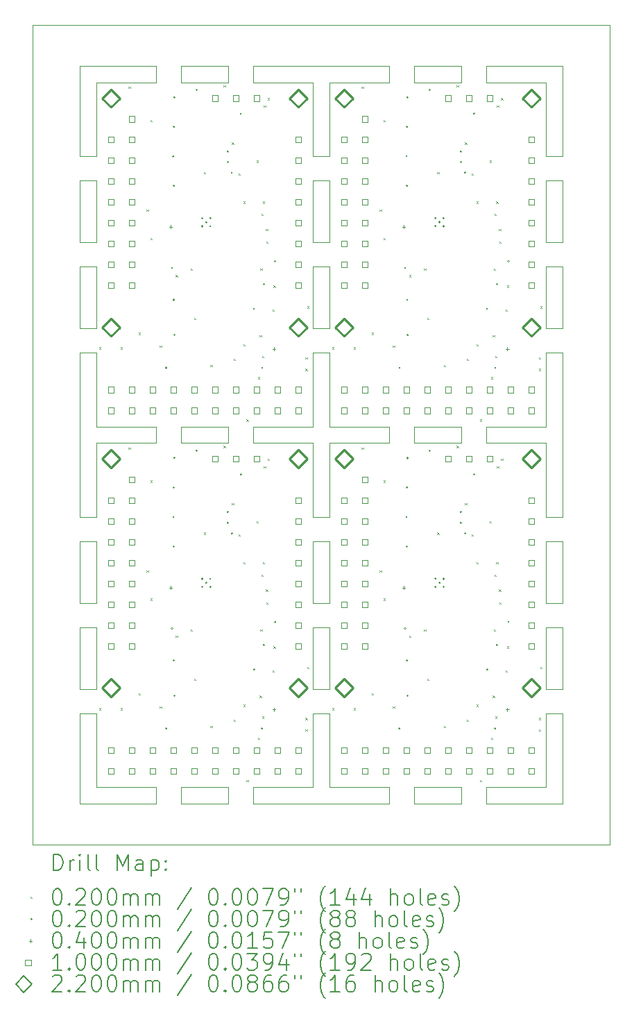
<source format=gbr>
%TF.GenerationSoftware,KiCad,Pcbnew,9.0.4*%
%TF.CreationDate,2025-08-20T18:38:41-04:00*%
%TF.ProjectId,jlc_pcba,6a6c635f-7063-4626-912e-6b696361645f,rev?*%
%TF.SameCoordinates,Original*%
%TF.FileFunction,Drillmap*%
%TF.FilePolarity,Positive*%
%FSLAX45Y45*%
G04 Gerber Fmt 4.5, Leading zero omitted, Abs format (unit mm)*
G04 Created by KiCad (PCBNEW 9.0.4) date 2025-08-20 18:38:41*
%MOMM*%
%LPD*%
G01*
G04 APERTURE LIST*
%ADD10C,0.100000*%
%ADD11C,0.200000*%
%ADD12C,0.220000*%
G04 APERTURE END LIST*
D10*
X5237000Y-500000D02*
X5237000Y-700000D01*
X4655000Y-5000100D02*
X4655000Y-4999900D01*
X577000Y-2950000D02*
X777000Y-2950000D01*
X6269000Y-2950000D02*
X6469000Y-2950000D01*
X6269000Y-7050000D02*
X6269000Y-6300000D01*
X3523100Y-2950000D02*
X3623000Y-2950000D01*
X777000Y-7050000D02*
X577000Y-7050000D01*
X577000Y-1600000D02*
X577000Y-500000D01*
X3623000Y-2950000D02*
X3623000Y-3700000D01*
X2691000Y-5000100D02*
X2691000Y-4999900D01*
X3522900Y-1900000D02*
X3523100Y-1900000D01*
X3423000Y-8400000D02*
X3522900Y-8400000D01*
X2391000Y-700000D02*
X1809000Y-700000D01*
X5237000Y-9300000D02*
X5237000Y-9500000D01*
X577000Y-7050000D02*
X577000Y-6300000D01*
X3523100Y-4000000D02*
X3623000Y-4000000D01*
X3423000Y-5100000D02*
X2691000Y-5100000D01*
X3522900Y-8400000D02*
X3523100Y-8400000D01*
X3423000Y-9300000D02*
X3423000Y-8400000D01*
X3623000Y-7050000D02*
X3523100Y-7050000D01*
X4655000Y-4999900D02*
X4655000Y-4900000D01*
X777000Y-2950000D02*
X777000Y-3700000D01*
X6469000Y-6300000D02*
X6469000Y-7050000D01*
X6469000Y-7350000D02*
X6469000Y-8100000D01*
X3423000Y-1600000D02*
X3423000Y-700000D01*
X1509000Y-4900000D02*
X1509000Y-4999900D01*
X2391000Y-5100000D02*
X1809000Y-5100000D01*
X3423000Y-7350000D02*
X3522900Y-7350000D01*
X4355000Y-9300000D02*
X4355000Y-9500000D01*
X1509000Y-700000D02*
X777000Y-700000D01*
X0Y0D02*
X0Y-10000000D01*
X3523100Y-3700000D02*
X3522900Y-3700000D01*
X5537000Y-5100000D02*
X5537000Y-5000100D01*
X1809000Y-700000D02*
X1809000Y-500000D01*
X777000Y-9300000D02*
X1509000Y-9300000D01*
X3423000Y-7050000D02*
X3423000Y-6300000D01*
X2391000Y-4999900D02*
X2391000Y-5000100D01*
X3623000Y-1600000D02*
X3523100Y-1600000D01*
X3522900Y-8100000D02*
X3423000Y-8100000D01*
X577000Y-8100000D02*
X577000Y-7350000D01*
X6469000Y-1900000D02*
X6469000Y-2650000D01*
X3522900Y-2950000D02*
X3523100Y-2950000D01*
X3522900Y-6300000D02*
X3523100Y-6300000D01*
X3623000Y-2650000D02*
X3523100Y-2650000D01*
X6269000Y-6000000D02*
X6269000Y-5100000D01*
X0Y-10000000D02*
X7046000Y-10000000D01*
X6469000Y-4000000D02*
X6469000Y-6000000D01*
X2391000Y-9500000D02*
X1809000Y-9500000D01*
X577000Y-6000000D02*
X577000Y-4000000D01*
X5237000Y-4900000D02*
X5237000Y-4999900D01*
X3623000Y-3700000D02*
X3523100Y-3700000D01*
X3623000Y-8100000D02*
X3523100Y-8100000D01*
X777000Y-7350000D02*
X777000Y-8100000D01*
X6469000Y-9500000D02*
X5537000Y-9500000D01*
X777000Y-8400000D02*
X777000Y-9300000D01*
X5537000Y-5000100D02*
X5537000Y-4999900D01*
X3423000Y-700000D02*
X2691000Y-700000D01*
X6269000Y-700000D02*
X5537000Y-700000D01*
X577000Y-500000D02*
X1509000Y-500000D01*
X6269000Y-1600000D02*
X6269000Y-700000D01*
X577000Y-7350000D02*
X777000Y-7350000D01*
X4655000Y-9500000D02*
X4655000Y-9300000D01*
X3523100Y-8100000D02*
X3522900Y-8100000D01*
X6469000Y-2650000D02*
X6269000Y-2650000D01*
X6269000Y-7350000D02*
X6469000Y-7350000D01*
X4655000Y-9300000D02*
X5237000Y-9300000D01*
X1809000Y-9300000D02*
X2391000Y-9300000D01*
X3522900Y-7350000D02*
X3523100Y-7350000D01*
X777000Y-6000000D02*
X577000Y-6000000D01*
X3523100Y-6000000D02*
X3522900Y-6000000D01*
X2391000Y-4900000D02*
X2391000Y-4999900D01*
X6269000Y-8100000D02*
X6269000Y-7350000D01*
X2691000Y-5100000D02*
X2691000Y-5000100D01*
X5537000Y-4999900D02*
X5537000Y-4900000D01*
X6269000Y-2650000D02*
X6269000Y-1900000D01*
X777000Y-6300000D02*
X777000Y-7050000D01*
X6269000Y-6300000D02*
X6469000Y-6300000D01*
X1509000Y-4999900D02*
X1509000Y-5000100D01*
X3623000Y-700000D02*
X3623000Y-1600000D01*
X1509000Y-5100000D02*
X777000Y-5100000D01*
X3522900Y-2650000D02*
X3423000Y-2650000D01*
X1809000Y-4900000D02*
X2391000Y-4900000D01*
X4655000Y-5100000D02*
X4655000Y-5000100D01*
X777000Y-3700000D02*
X577000Y-3700000D01*
X3522900Y-4000000D02*
X3523100Y-4000000D01*
X2691000Y-4999900D02*
X2691000Y-4900000D01*
X1809000Y-5100000D02*
X1809000Y-5000100D01*
X6269000Y-4900000D02*
X6269000Y-4000000D01*
X777000Y-1600000D02*
X577000Y-1600000D01*
X6269000Y-3700000D02*
X6269000Y-2950000D01*
X3522900Y-7050000D02*
X3423000Y-7050000D01*
X577000Y-4000000D02*
X777000Y-4000000D01*
X6269000Y-5100000D02*
X5537000Y-5100000D01*
X3522900Y-3700000D02*
X3423000Y-3700000D01*
X3522900Y-6000000D02*
X3423000Y-6000000D01*
X577000Y-6300000D02*
X777000Y-6300000D01*
X777000Y-4000000D02*
X777000Y-4900000D01*
X6469000Y-6000000D02*
X6269000Y-6000000D01*
X6469000Y-7050000D02*
X6269000Y-7050000D01*
X3623000Y-9300000D02*
X4355000Y-9300000D01*
X2691000Y-9500000D02*
X2691000Y-9300000D01*
X6469000Y-8100000D02*
X6269000Y-8100000D01*
X1509000Y-500000D02*
X1509000Y-700000D01*
X5537000Y-9300000D02*
X6269000Y-9300000D01*
X577000Y-1900000D02*
X777000Y-1900000D01*
X2691000Y-700000D02*
X2691000Y-500000D01*
X2691000Y-9300000D02*
X3423000Y-9300000D01*
X6469000Y-500000D02*
X6469000Y-1600000D01*
X6269000Y-8400000D02*
X6469000Y-8400000D01*
X577000Y-2650000D02*
X577000Y-1900000D01*
X777000Y-2650000D02*
X577000Y-2650000D01*
X777000Y-700000D02*
X777000Y-1600000D01*
X777000Y-4900000D02*
X1509000Y-4900000D01*
X1809000Y-4999900D02*
X1809000Y-4900000D01*
X6269000Y-9300000D02*
X6269000Y-8400000D01*
X3623000Y-1900000D02*
X3623000Y-2650000D01*
X3423000Y-2650000D02*
X3423000Y-1900000D01*
X1809000Y-9500000D02*
X1809000Y-9300000D01*
X577000Y-8400000D02*
X777000Y-8400000D01*
X1509000Y-5000100D02*
X1509000Y-5100000D01*
X577000Y-3700000D02*
X577000Y-2950000D01*
X4355000Y-4900000D02*
X4355000Y-4999900D01*
X3423000Y-6000000D02*
X3423000Y-5100000D01*
X3523100Y-2650000D02*
X3522900Y-2650000D01*
X4355000Y-5000100D02*
X4355000Y-5100000D01*
X3623000Y-6000000D02*
X3523100Y-6000000D01*
X5537000Y-4900000D02*
X6269000Y-4900000D01*
X3423000Y-1900000D02*
X3522900Y-1900000D01*
X2391000Y-500000D02*
X2391000Y-700000D01*
X6469000Y-2950000D02*
X6469000Y-3700000D01*
X1509000Y-9500000D02*
X577000Y-9500000D01*
X5237000Y-5000100D02*
X5237000Y-5100000D01*
X3523100Y-6300000D02*
X3623000Y-6300000D01*
X2691000Y-4900000D02*
X3423000Y-4900000D01*
X577000Y-9500000D02*
X577000Y-8400000D01*
X6469000Y-8400000D02*
X6469000Y-9500000D01*
X1809000Y-5000100D02*
X1809000Y-4999900D01*
X5237000Y-9500000D02*
X4655000Y-9500000D01*
X3623000Y-7350000D02*
X3623000Y-8100000D01*
X777000Y-1900000D02*
X777000Y-2650000D01*
X4355000Y-500000D02*
X4355000Y-700000D01*
X5237000Y-5100000D02*
X4655000Y-5100000D01*
X1809000Y-500000D02*
X2391000Y-500000D01*
X5237000Y-700000D02*
X4655000Y-700000D01*
X6269000Y-1900000D02*
X6469000Y-1900000D01*
X777000Y-8100000D02*
X577000Y-8100000D01*
X2391000Y-5000100D02*
X2391000Y-5100000D01*
X3522900Y-1600000D02*
X3423000Y-1600000D01*
X4355000Y-9500000D02*
X2691000Y-9500000D01*
X7046000Y-10000000D02*
X7046000Y0D01*
X5537000Y-700000D02*
X5537000Y-500000D01*
X3423000Y-3700000D02*
X3423000Y-2950000D01*
X2391000Y-9300000D02*
X2391000Y-9500000D01*
X1509000Y-9300000D02*
X1509000Y-9500000D01*
X4655000Y-4900000D02*
X5237000Y-4900000D01*
X3423000Y-2950000D02*
X3522900Y-2950000D01*
X3623000Y-5100000D02*
X3623000Y-6000000D01*
X7046000Y0D02*
X0Y0D01*
X4355000Y-5100000D02*
X3623000Y-5100000D01*
X3623000Y-8400000D02*
X3623000Y-9300000D01*
X6469000Y-3700000D02*
X6269000Y-3700000D01*
X3623000Y-4900000D02*
X4355000Y-4900000D01*
X5537000Y-500000D02*
X6469000Y-500000D01*
X4355000Y-4999900D02*
X4355000Y-5000100D01*
X3423000Y-4900000D02*
X3423000Y-4000000D01*
X4655000Y-700000D02*
X4655000Y-500000D01*
X777000Y-5100000D02*
X777000Y-6000000D01*
X3523100Y-1600000D02*
X3522900Y-1600000D01*
X3423000Y-4000000D02*
X3522900Y-4000000D01*
X3623000Y-6300000D02*
X3623000Y-7050000D01*
X6469000Y-1600000D02*
X6269000Y-1600000D01*
X3523100Y-7050000D02*
X3522900Y-7050000D01*
X3523100Y-8400000D02*
X3623000Y-8400000D01*
X3523100Y-1900000D02*
X3623000Y-1900000D01*
X6269000Y-4000000D02*
X6469000Y-4000000D01*
X4355000Y-700000D02*
X3623000Y-700000D01*
X3523100Y-7350000D02*
X3623000Y-7350000D01*
X3423000Y-6300000D02*
X3522900Y-6300000D01*
X4655000Y-500000D02*
X5237000Y-500000D01*
X2691000Y-500000D02*
X4355000Y-500000D01*
X3623000Y-4000000D02*
X3623000Y-4900000D01*
X5237000Y-4999900D02*
X5237000Y-5000100D01*
X3423000Y-8100000D02*
X3423000Y-7350000D01*
X5537000Y-9500000D02*
X5537000Y-9300000D01*
D11*
D10*
X812500Y-3933250D02*
X832500Y-3953250D01*
X832500Y-3933250D02*
X812500Y-3953250D01*
X812500Y-8333250D02*
X832500Y-8353250D01*
X832500Y-8333250D02*
X812500Y-8353250D01*
X1072500Y-3933250D02*
X1092500Y-3953250D01*
X1092500Y-3933250D02*
X1072500Y-3953250D01*
X1072500Y-8333250D02*
X1092500Y-8353250D01*
X1092500Y-8333250D02*
X1072500Y-8353250D01*
X1172500Y-753250D02*
X1192500Y-773250D01*
X1192500Y-753250D02*
X1172500Y-773250D01*
X1172500Y-5153250D02*
X1192500Y-5173250D01*
X1192500Y-5153250D02*
X1172500Y-5173250D01*
X1292500Y-3753250D02*
X1312500Y-3773250D01*
X1312500Y-3753250D02*
X1292500Y-3773250D01*
X1292500Y-8153250D02*
X1312500Y-8173250D01*
X1312500Y-8153250D02*
X1292500Y-8173250D01*
X1392500Y-2253250D02*
X1412500Y-2273250D01*
X1412500Y-2253250D02*
X1392500Y-2273250D01*
X1392500Y-6653250D02*
X1412500Y-6673250D01*
X1412500Y-6653250D02*
X1392500Y-6673250D01*
X1437467Y-2597901D02*
X1457467Y-2617901D01*
X1457467Y-2597901D02*
X1437467Y-2617901D01*
X1437467Y-6997901D02*
X1457467Y-7017901D01*
X1457467Y-6997901D02*
X1437467Y-7017901D01*
X1437500Y-1158250D02*
X1457500Y-1178250D01*
X1457500Y-1158250D02*
X1437500Y-1178250D01*
X1437500Y-5558250D02*
X1457500Y-5578250D01*
X1457500Y-5558250D02*
X1437500Y-5578250D01*
X1552500Y-3913250D02*
X1572500Y-3933250D01*
X1572500Y-3913250D02*
X1552500Y-3933250D01*
X1552500Y-8313250D02*
X1572500Y-8333250D01*
X1572500Y-8313250D02*
X1552500Y-8333250D01*
X1748766Y-3050776D02*
X1768766Y-3070776D01*
X1768766Y-3050776D02*
X1748766Y-3070776D01*
X1748766Y-7450776D02*
X1768766Y-7470776D01*
X1768766Y-7450776D02*
X1748766Y-7470776D01*
X1932500Y-2973250D02*
X1952500Y-2993250D01*
X1952500Y-2973250D02*
X1932500Y-2993250D01*
X1932500Y-7373250D02*
X1952500Y-7393250D01*
X1952500Y-7373250D02*
X1932500Y-7393250D01*
X1972500Y-3573250D02*
X1992500Y-3593250D01*
X1992500Y-3573250D02*
X1972500Y-3593250D01*
X1972500Y-7973250D02*
X1992500Y-7993250D01*
X1992500Y-7973250D02*
X1972500Y-7993250D01*
X2092500Y-1793250D02*
X2112500Y-1813250D01*
X2112500Y-1793250D02*
X2092500Y-1813250D01*
X2092500Y-6193250D02*
X2112500Y-6213250D01*
X2112500Y-6193250D02*
X2092500Y-6213250D01*
X2172500Y-4148250D02*
X2192500Y-4168250D01*
X2192500Y-4148250D02*
X2172500Y-4168250D01*
X2172500Y-8548250D02*
X2192500Y-8568250D01*
X2192500Y-8548250D02*
X2172500Y-8568250D01*
X2332500Y-733250D02*
X2352500Y-753250D01*
X2352500Y-733250D02*
X2332500Y-753250D01*
X2332500Y-5133250D02*
X2352500Y-5153250D01*
X2352500Y-5133250D02*
X2332500Y-5153250D01*
X2432500Y-1433250D02*
X2452500Y-1453250D01*
X2452500Y-1433250D02*
X2432500Y-1453250D01*
X2432500Y-5833250D02*
X2452500Y-5853250D01*
X2452500Y-5833250D02*
X2432500Y-5853250D01*
X2452500Y-4073250D02*
X2472500Y-4093250D01*
X2472500Y-4073250D02*
X2452500Y-4093250D01*
X2452500Y-8473250D02*
X2472500Y-8493250D01*
X2472500Y-8473250D02*
X2452500Y-8493250D01*
X2512500Y-1813250D02*
X2532500Y-1833250D01*
X2532500Y-1813250D02*
X2512500Y-1833250D01*
X2512500Y-6213250D02*
X2532500Y-6233250D01*
X2532500Y-6213250D02*
X2512500Y-6233250D01*
X2572500Y-2153250D02*
X2592500Y-2173250D01*
X2592500Y-2153250D02*
X2572500Y-2173250D01*
X2572500Y-3893250D02*
X2592500Y-3913250D01*
X2592500Y-3893250D02*
X2572500Y-3913250D01*
X2572500Y-6553250D02*
X2592500Y-6573250D01*
X2592500Y-6553250D02*
X2572500Y-6573250D01*
X2572500Y-8293250D02*
X2592500Y-8313250D01*
X2592500Y-8293250D02*
X2572500Y-8313250D01*
X2612500Y-4813250D02*
X2632500Y-4833250D01*
X2632500Y-4813250D02*
X2612500Y-4833250D01*
X2612500Y-9213250D02*
X2632500Y-9233250D01*
X2632500Y-9213250D02*
X2612500Y-9233250D01*
X2732500Y-1653250D02*
X2752500Y-1673250D01*
X2752500Y-1653250D02*
X2732500Y-1673250D01*
X2732500Y-6053250D02*
X2752500Y-6073250D01*
X2752500Y-6053250D02*
X2732500Y-6073250D01*
X2751155Y-4296971D02*
X2771155Y-4316971D01*
X2771155Y-4296971D02*
X2751155Y-4316971D01*
X2751155Y-8696971D02*
X2771155Y-8716971D01*
X2771155Y-8696971D02*
X2751155Y-8716971D01*
X2772500Y-3783250D02*
X2792500Y-3803250D01*
X2792500Y-3783250D02*
X2772500Y-3803250D01*
X2772500Y-8183250D02*
X2792500Y-8203250D01*
X2792500Y-8183250D02*
X2772500Y-8203250D01*
X2782500Y-2973250D02*
X2802500Y-2993250D01*
X2802500Y-2973250D02*
X2782500Y-2993250D01*
X2782500Y-7373250D02*
X2802500Y-7393250D01*
X2802500Y-7373250D02*
X2782500Y-7393250D01*
X2795058Y-2302846D02*
X2815058Y-2322846D01*
X2815058Y-2302846D02*
X2795058Y-2322846D01*
X2795058Y-6702846D02*
X2815058Y-6722846D01*
X2815058Y-6702846D02*
X2795058Y-6722846D01*
X2800391Y-4036907D02*
X2820391Y-4056907D01*
X2820391Y-4036907D02*
X2800391Y-4056907D01*
X2800391Y-8436908D02*
X2820391Y-8456908D01*
X2820391Y-8436908D02*
X2800391Y-8456908D01*
X2812500Y-2153250D02*
X2832500Y-2173250D01*
X2832500Y-2153250D02*
X2812500Y-2173250D01*
X2812500Y-6553250D02*
X2832500Y-6573250D01*
X2832500Y-6553250D02*
X2812500Y-6573250D01*
X2823375Y-982375D02*
X2843375Y-1002375D01*
X2843375Y-982375D02*
X2823375Y-1002375D01*
X2823375Y-5382375D02*
X2843375Y-5402375D01*
X2843375Y-5382375D02*
X2823375Y-5402375D01*
X2847357Y-2487052D02*
X2867357Y-2507052D01*
X2867357Y-2487052D02*
X2847357Y-2507052D01*
X2847357Y-6887052D02*
X2867357Y-6907052D01*
X2867357Y-6887052D02*
X2847357Y-6907052D01*
X2851946Y-2642905D02*
X2871946Y-2662905D01*
X2871946Y-2642905D02*
X2851946Y-2662905D01*
X2851946Y-7042905D02*
X2871946Y-7062905D01*
X2871946Y-7042905D02*
X2851946Y-7062905D01*
X2872500Y-893250D02*
X2892500Y-913250D01*
X2892500Y-893250D02*
X2872500Y-913250D01*
X2872500Y-5293250D02*
X2892500Y-5313250D01*
X2892500Y-5293250D02*
X2872500Y-5313250D01*
X2930500Y-3472591D02*
X2950500Y-3492591D01*
X2950500Y-3472591D02*
X2930500Y-3492591D01*
X2930500Y-7872591D02*
X2950500Y-7892591D01*
X2950500Y-7872591D02*
X2930500Y-7892591D01*
X2942500Y-3179841D02*
X2962500Y-3199841D01*
X2962500Y-3179841D02*
X2942500Y-3199841D01*
X2942500Y-7579841D02*
X2962500Y-7599841D01*
X2962500Y-7579841D02*
X2942500Y-7599841D01*
X3332500Y-4053250D02*
X3352500Y-4073250D01*
X3352500Y-4053250D02*
X3332500Y-4073250D01*
X3332500Y-4193250D02*
X3352500Y-4213250D01*
X3352500Y-4193250D02*
X3332500Y-4213250D01*
X3332500Y-8453250D02*
X3352500Y-8473250D01*
X3352500Y-8453250D02*
X3332500Y-8473250D01*
X3332500Y-8593250D02*
X3352500Y-8613250D01*
X3352500Y-8593250D02*
X3332500Y-8613250D01*
X3352500Y-3433250D02*
X3372500Y-3453250D01*
X3372500Y-3433250D02*
X3352500Y-3453250D01*
X3352500Y-7833250D02*
X3372500Y-7853250D01*
X3372500Y-7833250D02*
X3352500Y-7853250D01*
X3658500Y-3933250D02*
X3678500Y-3953250D01*
X3678500Y-3933250D02*
X3658500Y-3953250D01*
X3658500Y-8333250D02*
X3678500Y-8353250D01*
X3678500Y-8333250D02*
X3658500Y-8353250D01*
X3918500Y-3933250D02*
X3938500Y-3953250D01*
X3938500Y-3933250D02*
X3918500Y-3953250D01*
X3918500Y-8333250D02*
X3938500Y-8353250D01*
X3938500Y-8333250D02*
X3918500Y-8353250D01*
X4018500Y-753250D02*
X4038500Y-773250D01*
X4038500Y-753250D02*
X4018500Y-773250D01*
X4018500Y-5153250D02*
X4038500Y-5173250D01*
X4038500Y-5153250D02*
X4018500Y-5173250D01*
X4138500Y-3753250D02*
X4158500Y-3773250D01*
X4158500Y-3753250D02*
X4138500Y-3773250D01*
X4138500Y-8153250D02*
X4158500Y-8173250D01*
X4158500Y-8153250D02*
X4138500Y-8173250D01*
X4238500Y-2253250D02*
X4258500Y-2273250D01*
X4258500Y-2253250D02*
X4238500Y-2273250D01*
X4238500Y-6653250D02*
X4258500Y-6673250D01*
X4258500Y-6653250D02*
X4238500Y-6673250D01*
X4283467Y-2597901D02*
X4303467Y-2617901D01*
X4303467Y-2597901D02*
X4283467Y-2617901D01*
X4283467Y-6997901D02*
X4303467Y-7017901D01*
X4303467Y-6997901D02*
X4283467Y-7017901D01*
X4283500Y-1158250D02*
X4303500Y-1178250D01*
X4303500Y-1158250D02*
X4283500Y-1178250D01*
X4283500Y-5558250D02*
X4303500Y-5578250D01*
X4303500Y-5558250D02*
X4283500Y-5578250D01*
X4398500Y-3913250D02*
X4418500Y-3933250D01*
X4418500Y-3913250D02*
X4398500Y-3933250D01*
X4398500Y-8313250D02*
X4418500Y-8333250D01*
X4418500Y-8313250D02*
X4398500Y-8333250D01*
X4594766Y-3050776D02*
X4614766Y-3070776D01*
X4614766Y-3050776D02*
X4594766Y-3070776D01*
X4594766Y-7450776D02*
X4614766Y-7470776D01*
X4614766Y-7450776D02*
X4594766Y-7470776D01*
X4778500Y-2973250D02*
X4798500Y-2993250D01*
X4798500Y-2973250D02*
X4778500Y-2993250D01*
X4778500Y-7373250D02*
X4798500Y-7393250D01*
X4798500Y-7373250D02*
X4778500Y-7393250D01*
X4818500Y-3573250D02*
X4838500Y-3593250D01*
X4838500Y-3573250D02*
X4818500Y-3593250D01*
X4818500Y-7973250D02*
X4838500Y-7993250D01*
X4838500Y-7973250D02*
X4818500Y-7993250D01*
X4938500Y-1793250D02*
X4958500Y-1813250D01*
X4958500Y-1793250D02*
X4938500Y-1813250D01*
X4938500Y-6193250D02*
X4958500Y-6213250D01*
X4958500Y-6193250D02*
X4938500Y-6213250D01*
X5018500Y-4148250D02*
X5038500Y-4168250D01*
X5038500Y-4148250D02*
X5018500Y-4168250D01*
X5018500Y-8548250D02*
X5038500Y-8568250D01*
X5038500Y-8548250D02*
X5018500Y-8568250D01*
X5178500Y-733250D02*
X5198500Y-753250D01*
X5198500Y-733250D02*
X5178500Y-753250D01*
X5178500Y-5133250D02*
X5198500Y-5153250D01*
X5198500Y-5133250D02*
X5178500Y-5153250D01*
X5278500Y-1433250D02*
X5298500Y-1453250D01*
X5298500Y-1433250D02*
X5278500Y-1453250D01*
X5278500Y-5833250D02*
X5298500Y-5853250D01*
X5298500Y-5833250D02*
X5278500Y-5853250D01*
X5298500Y-4073250D02*
X5318500Y-4093250D01*
X5318500Y-4073250D02*
X5298500Y-4093250D01*
X5298500Y-8473250D02*
X5318500Y-8493250D01*
X5318500Y-8473250D02*
X5298500Y-8493250D01*
X5358500Y-1813250D02*
X5378500Y-1833250D01*
X5378500Y-1813250D02*
X5358500Y-1833250D01*
X5358500Y-6213250D02*
X5378500Y-6233250D01*
X5378500Y-6213250D02*
X5358500Y-6233250D01*
X5418500Y-2153250D02*
X5438500Y-2173250D01*
X5438500Y-2153250D02*
X5418500Y-2173250D01*
X5418500Y-3893250D02*
X5438500Y-3913250D01*
X5438500Y-3893250D02*
X5418500Y-3913250D01*
X5418500Y-6553250D02*
X5438500Y-6573250D01*
X5438500Y-6553250D02*
X5418500Y-6573250D01*
X5418500Y-8293250D02*
X5438500Y-8313250D01*
X5438500Y-8293250D02*
X5418500Y-8313250D01*
X5458500Y-4813250D02*
X5478500Y-4833250D01*
X5478500Y-4813250D02*
X5458500Y-4833250D01*
X5458500Y-9213250D02*
X5478500Y-9233250D01*
X5478500Y-9213250D02*
X5458500Y-9233250D01*
X5578500Y-1653250D02*
X5598500Y-1673250D01*
X5598500Y-1653250D02*
X5578500Y-1673250D01*
X5578500Y-6053250D02*
X5598500Y-6073250D01*
X5598500Y-6053250D02*
X5578500Y-6073250D01*
X5597155Y-4296971D02*
X5617155Y-4316971D01*
X5617155Y-4296971D02*
X5597155Y-4316971D01*
X5597155Y-8696971D02*
X5617155Y-8716971D01*
X5617155Y-8696971D02*
X5597155Y-8716971D01*
X5618500Y-3783250D02*
X5638500Y-3803250D01*
X5638500Y-3783250D02*
X5618500Y-3803250D01*
X5618500Y-8183250D02*
X5638500Y-8203250D01*
X5638500Y-8183250D02*
X5618500Y-8203250D01*
X5628500Y-2973250D02*
X5648500Y-2993250D01*
X5648500Y-2973250D02*
X5628500Y-2993250D01*
X5628500Y-7373250D02*
X5648500Y-7393250D01*
X5648500Y-7373250D02*
X5628500Y-7393250D01*
X5641058Y-2302846D02*
X5661058Y-2322846D01*
X5661058Y-2302846D02*
X5641058Y-2322846D01*
X5641058Y-6702846D02*
X5661058Y-6722846D01*
X5661058Y-6702846D02*
X5641058Y-6722846D01*
X5646391Y-4036907D02*
X5666391Y-4056907D01*
X5666391Y-4036907D02*
X5646391Y-4056907D01*
X5646391Y-8436908D02*
X5666391Y-8456908D01*
X5666391Y-8436908D02*
X5646391Y-8456908D01*
X5658500Y-2153250D02*
X5678500Y-2173250D01*
X5678500Y-2153250D02*
X5658500Y-2173250D01*
X5658500Y-6553250D02*
X5678500Y-6573250D01*
X5678500Y-6553250D02*
X5658500Y-6573250D01*
X5669375Y-982375D02*
X5689375Y-1002375D01*
X5689375Y-982375D02*
X5669375Y-1002375D01*
X5669375Y-5382375D02*
X5689375Y-5402375D01*
X5689375Y-5382375D02*
X5669375Y-5402375D01*
X5693357Y-2487052D02*
X5713357Y-2507052D01*
X5713357Y-2487052D02*
X5693357Y-2507052D01*
X5693357Y-6887052D02*
X5713357Y-6907052D01*
X5713357Y-6887052D02*
X5693357Y-6907052D01*
X5697946Y-2642905D02*
X5717946Y-2662905D01*
X5717946Y-2642905D02*
X5697946Y-2662905D01*
X5697946Y-7042905D02*
X5717946Y-7062905D01*
X5717946Y-7042905D02*
X5697946Y-7062905D01*
X5718500Y-893250D02*
X5738500Y-913250D01*
X5738500Y-893250D02*
X5718500Y-913250D01*
X5718500Y-5293250D02*
X5738500Y-5313250D01*
X5738500Y-5293250D02*
X5718500Y-5313250D01*
X5776500Y-3472591D02*
X5796500Y-3492591D01*
X5796500Y-3472591D02*
X5776500Y-3492591D01*
X5776500Y-7872591D02*
X5796500Y-7892591D01*
X5796500Y-7872591D02*
X5776500Y-7892591D01*
X5788500Y-3179841D02*
X5808500Y-3199841D01*
X5808500Y-3179841D02*
X5788500Y-3199841D01*
X5788500Y-7579841D02*
X5808500Y-7599841D01*
X5808500Y-7579841D02*
X5788500Y-7599841D01*
X6178500Y-4053250D02*
X6198500Y-4073250D01*
X6198500Y-4053250D02*
X6178500Y-4073250D01*
X6178500Y-4193250D02*
X6198500Y-4213250D01*
X6198500Y-4193250D02*
X6178500Y-4213250D01*
X6178500Y-8453250D02*
X6198500Y-8473250D01*
X6198500Y-8453250D02*
X6178500Y-8473250D01*
X6178500Y-8593250D02*
X6198500Y-8613250D01*
X6198500Y-8593250D02*
X6178500Y-8613250D01*
X6198500Y-3433250D02*
X6218500Y-3453250D01*
X6218500Y-3433250D02*
X6198500Y-3453250D01*
X6198500Y-7833250D02*
X6218500Y-7853250D01*
X6218500Y-7833250D02*
X6198500Y-7853250D01*
X1642500Y-4183250D02*
G75*
G02*
X1622500Y-4183250I-10000J0D01*
G01*
X1622500Y-4183250D02*
G75*
G02*
X1642500Y-4183250I10000J0D01*
G01*
X1642500Y-8583250D02*
G75*
G02*
X1622500Y-8583250I-10000J0D01*
G01*
X1622500Y-8583250D02*
G75*
G02*
X1642500Y-8583250I10000J0D01*
G01*
X1712500Y-2963250D02*
G75*
G02*
X1692500Y-2963250I-10000J0D01*
G01*
X1692500Y-2963250D02*
G75*
G02*
X1712500Y-2963250I10000J0D01*
G01*
X1712500Y-7363250D02*
G75*
G02*
X1692500Y-7363250I-10000J0D01*
G01*
X1692500Y-7363250D02*
G75*
G02*
X1712500Y-7363250I10000J0D01*
G01*
X1728750Y-1603250D02*
G75*
G02*
X1708750Y-1603250I-10000J0D01*
G01*
X1708750Y-1603250D02*
G75*
G02*
X1728750Y-1603250I10000J0D01*
G01*
X1728750Y-6003250D02*
G75*
G02*
X1708750Y-6003250I-10000J0D01*
G01*
X1708750Y-6003250D02*
G75*
G02*
X1728750Y-6003250I10000J0D01*
G01*
X1735000Y-1963250D02*
G75*
G02*
X1715000Y-1963250I-10000J0D01*
G01*
X1715000Y-1963250D02*
G75*
G02*
X1735000Y-1963250I10000J0D01*
G01*
X1735000Y-3353250D02*
G75*
G02*
X1715000Y-3353250I-10000J0D01*
G01*
X1715000Y-3353250D02*
G75*
G02*
X1735000Y-3353250I10000J0D01*
G01*
X1735000Y-6363250D02*
G75*
G02*
X1715000Y-6363250I-10000J0D01*
G01*
X1715000Y-6363250D02*
G75*
G02*
X1735000Y-6363250I10000J0D01*
G01*
X1735000Y-7753250D02*
G75*
G02*
X1715000Y-7753250I-10000J0D01*
G01*
X1715000Y-7753250D02*
G75*
G02*
X1735000Y-7753250I10000J0D01*
G01*
X1736000Y-1243250D02*
G75*
G02*
X1716000Y-1243250I-10000J0D01*
G01*
X1716000Y-1243250D02*
G75*
G02*
X1736000Y-1243250I10000J0D01*
G01*
X1736000Y-5643250D02*
G75*
G02*
X1716000Y-5643250I-10000J0D01*
G01*
X1716000Y-5643250D02*
G75*
G02*
X1736000Y-5643250I10000J0D01*
G01*
X1740750Y-883250D02*
G75*
G02*
X1720750Y-883250I-10000J0D01*
G01*
X1720750Y-883250D02*
G75*
G02*
X1740750Y-883250I10000J0D01*
G01*
X1740750Y-5283250D02*
G75*
G02*
X1720750Y-5283250I-10000J0D01*
G01*
X1720750Y-5283250D02*
G75*
G02*
X1740750Y-5283250I10000J0D01*
G01*
X1742500Y-3783250D02*
G75*
G02*
X1722500Y-3783250I-10000J0D01*
G01*
X1722500Y-3783250D02*
G75*
G02*
X1742500Y-3783250I10000J0D01*
G01*
X1742500Y-8183250D02*
G75*
G02*
X1722500Y-8183250I-10000J0D01*
G01*
X1722500Y-8183250D02*
G75*
G02*
X1742500Y-8183250I10000J0D01*
G01*
X2012500Y-793250D02*
G75*
G02*
X1992500Y-793250I-10000J0D01*
G01*
X1992500Y-793250D02*
G75*
G02*
X2012500Y-793250I10000J0D01*
G01*
X2012500Y-5193250D02*
G75*
G02*
X1992500Y-5193250I-10000J0D01*
G01*
X1992500Y-5193250D02*
G75*
G02*
X2012500Y-5193250I10000J0D01*
G01*
X2081554Y-2356849D02*
G75*
G02*
X2061554Y-2356849I-10000J0D01*
G01*
X2061554Y-2356849D02*
G75*
G02*
X2081554Y-2356849I10000J0D01*
G01*
X2081554Y-2455844D02*
G75*
G02*
X2061554Y-2455844I-10000J0D01*
G01*
X2061554Y-2455844D02*
G75*
G02*
X2081554Y-2455844I10000J0D01*
G01*
X2081554Y-6756849D02*
G75*
G02*
X2061554Y-6756849I-10000J0D01*
G01*
X2061554Y-6756849D02*
G75*
G02*
X2081554Y-6756849I10000J0D01*
G01*
X2081554Y-6855844D02*
G75*
G02*
X2061554Y-6855844I-10000J0D01*
G01*
X2061554Y-6855844D02*
G75*
G02*
X2081554Y-6855844I10000J0D01*
G01*
X2131051Y-2406347D02*
G75*
G02*
X2111051Y-2406347I-10000J0D01*
G01*
X2111051Y-2406347D02*
G75*
G02*
X2131051Y-2406347I10000J0D01*
G01*
X2131051Y-6806347D02*
G75*
G02*
X2111051Y-6806347I-10000J0D01*
G01*
X2111051Y-6806347D02*
G75*
G02*
X2131051Y-6806347I10000J0D01*
G01*
X2180549Y-2356849D02*
G75*
G02*
X2160549Y-2356849I-10000J0D01*
G01*
X2160549Y-2356849D02*
G75*
G02*
X2180549Y-2356849I10000J0D01*
G01*
X2180549Y-2455844D02*
G75*
G02*
X2160549Y-2455844I-10000J0D01*
G01*
X2160549Y-2455844D02*
G75*
G02*
X2180549Y-2455844I10000J0D01*
G01*
X2180549Y-6756849D02*
G75*
G02*
X2160549Y-6756849I-10000J0D01*
G01*
X2160549Y-6756849D02*
G75*
G02*
X2180549Y-6756849I10000J0D01*
G01*
X2180549Y-6855844D02*
G75*
G02*
X2160549Y-6855844I-10000J0D01*
G01*
X2160549Y-6855844D02*
G75*
G02*
X2180549Y-6855844I10000J0D01*
G01*
X2392500Y-1543250D02*
G75*
G02*
X2372500Y-1543250I-10000J0D01*
G01*
X2372500Y-1543250D02*
G75*
G02*
X2392500Y-1543250I10000J0D01*
G01*
X2392500Y-1673250D02*
G75*
G02*
X2372500Y-1673250I-10000J0D01*
G01*
X2372500Y-1673250D02*
G75*
G02*
X2392500Y-1673250I10000J0D01*
G01*
X2392500Y-5943250D02*
G75*
G02*
X2372500Y-5943250I-10000J0D01*
G01*
X2372500Y-5943250D02*
G75*
G02*
X2392500Y-5943250I10000J0D01*
G01*
X2392500Y-6073250D02*
G75*
G02*
X2372500Y-6073250I-10000J0D01*
G01*
X2372500Y-6073250D02*
G75*
G02*
X2392500Y-6073250I10000J0D01*
G01*
X2442500Y-1803250D02*
G75*
G02*
X2422500Y-1803250I-10000J0D01*
G01*
X2422500Y-1803250D02*
G75*
G02*
X2442500Y-1803250I10000J0D01*
G01*
X2442500Y-6203250D02*
G75*
G02*
X2422500Y-6203250I-10000J0D01*
G01*
X2422500Y-6203250D02*
G75*
G02*
X2442500Y-6203250I10000J0D01*
G01*
X2552500Y-1083250D02*
G75*
G02*
X2532500Y-1083250I-10000J0D01*
G01*
X2532500Y-1083250D02*
G75*
G02*
X2552500Y-1083250I10000J0D01*
G01*
X2552500Y-5483250D02*
G75*
G02*
X2532500Y-5483250I-10000J0D01*
G01*
X2532500Y-5483250D02*
G75*
G02*
X2552500Y-5483250I10000J0D01*
G01*
X2712500Y-3463250D02*
G75*
G02*
X2692500Y-3463250I-10000J0D01*
G01*
X2692500Y-3463250D02*
G75*
G02*
X2712500Y-3463250I10000J0D01*
G01*
X2712500Y-7863250D02*
G75*
G02*
X2692500Y-7863250I-10000J0D01*
G01*
X2692500Y-7863250D02*
G75*
G02*
X2712500Y-7863250I10000J0D01*
G01*
X2812500Y-4183250D02*
G75*
G02*
X2792500Y-4183250I-10000J0D01*
G01*
X2792500Y-4183250D02*
G75*
G02*
X2812500Y-4183250I10000J0D01*
G01*
X2812500Y-8583250D02*
G75*
G02*
X2792500Y-8583250I-10000J0D01*
G01*
X2792500Y-8583250D02*
G75*
G02*
X2812500Y-8583250I10000J0D01*
G01*
X2832500Y-3163250D02*
G75*
G02*
X2812500Y-3163250I-10000J0D01*
G01*
X2812500Y-3163250D02*
G75*
G02*
X2832500Y-3163250I10000J0D01*
G01*
X2832500Y-7563250D02*
G75*
G02*
X2812500Y-7563250I-10000J0D01*
G01*
X2812500Y-7563250D02*
G75*
G02*
X2832500Y-7563250I10000J0D01*
G01*
X2972500Y-2883250D02*
G75*
G02*
X2952500Y-2883250I-10000J0D01*
G01*
X2952500Y-2883250D02*
G75*
G02*
X2972500Y-2883250I10000J0D01*
G01*
X2972500Y-7283250D02*
G75*
G02*
X2952500Y-7283250I-10000J0D01*
G01*
X2952500Y-7283250D02*
G75*
G02*
X2972500Y-7283250I10000J0D01*
G01*
X4488500Y-4183250D02*
G75*
G02*
X4468500Y-4183250I-10000J0D01*
G01*
X4468500Y-4183250D02*
G75*
G02*
X4488500Y-4183250I10000J0D01*
G01*
X4488500Y-8583250D02*
G75*
G02*
X4468500Y-8583250I-10000J0D01*
G01*
X4468500Y-8583250D02*
G75*
G02*
X4488500Y-8583250I10000J0D01*
G01*
X4558500Y-2963250D02*
G75*
G02*
X4538500Y-2963250I-10000J0D01*
G01*
X4538500Y-2963250D02*
G75*
G02*
X4558500Y-2963250I10000J0D01*
G01*
X4558500Y-7363250D02*
G75*
G02*
X4538500Y-7363250I-10000J0D01*
G01*
X4538500Y-7363250D02*
G75*
G02*
X4558500Y-7363250I10000J0D01*
G01*
X4574750Y-1603250D02*
G75*
G02*
X4554750Y-1603250I-10000J0D01*
G01*
X4554750Y-1603250D02*
G75*
G02*
X4574750Y-1603250I10000J0D01*
G01*
X4574750Y-6003250D02*
G75*
G02*
X4554750Y-6003250I-10000J0D01*
G01*
X4554750Y-6003250D02*
G75*
G02*
X4574750Y-6003250I10000J0D01*
G01*
X4581000Y-1963250D02*
G75*
G02*
X4561000Y-1963250I-10000J0D01*
G01*
X4561000Y-1963250D02*
G75*
G02*
X4581000Y-1963250I10000J0D01*
G01*
X4581000Y-3353250D02*
G75*
G02*
X4561000Y-3353250I-10000J0D01*
G01*
X4561000Y-3353250D02*
G75*
G02*
X4581000Y-3353250I10000J0D01*
G01*
X4581000Y-6363250D02*
G75*
G02*
X4561000Y-6363250I-10000J0D01*
G01*
X4561000Y-6363250D02*
G75*
G02*
X4581000Y-6363250I10000J0D01*
G01*
X4581000Y-7753250D02*
G75*
G02*
X4561000Y-7753250I-10000J0D01*
G01*
X4561000Y-7753250D02*
G75*
G02*
X4581000Y-7753250I10000J0D01*
G01*
X4582000Y-1243250D02*
G75*
G02*
X4562000Y-1243250I-10000J0D01*
G01*
X4562000Y-1243250D02*
G75*
G02*
X4582000Y-1243250I10000J0D01*
G01*
X4582000Y-5643250D02*
G75*
G02*
X4562000Y-5643250I-10000J0D01*
G01*
X4562000Y-5643250D02*
G75*
G02*
X4582000Y-5643250I10000J0D01*
G01*
X4586750Y-883250D02*
G75*
G02*
X4566750Y-883250I-10000J0D01*
G01*
X4566750Y-883250D02*
G75*
G02*
X4586750Y-883250I10000J0D01*
G01*
X4586750Y-5283250D02*
G75*
G02*
X4566750Y-5283250I-10000J0D01*
G01*
X4566750Y-5283250D02*
G75*
G02*
X4586750Y-5283250I10000J0D01*
G01*
X4588500Y-3783250D02*
G75*
G02*
X4568500Y-3783250I-10000J0D01*
G01*
X4568500Y-3783250D02*
G75*
G02*
X4588500Y-3783250I10000J0D01*
G01*
X4588500Y-8183250D02*
G75*
G02*
X4568500Y-8183250I-10000J0D01*
G01*
X4568500Y-8183250D02*
G75*
G02*
X4588500Y-8183250I10000J0D01*
G01*
X4858500Y-793250D02*
G75*
G02*
X4838500Y-793250I-10000J0D01*
G01*
X4838500Y-793250D02*
G75*
G02*
X4858500Y-793250I10000J0D01*
G01*
X4858500Y-5193250D02*
G75*
G02*
X4838500Y-5193250I-10000J0D01*
G01*
X4838500Y-5193250D02*
G75*
G02*
X4858500Y-5193250I10000J0D01*
G01*
X4927554Y-2356849D02*
G75*
G02*
X4907554Y-2356849I-10000J0D01*
G01*
X4907554Y-2356849D02*
G75*
G02*
X4927554Y-2356849I10000J0D01*
G01*
X4927554Y-2455844D02*
G75*
G02*
X4907554Y-2455844I-10000J0D01*
G01*
X4907554Y-2455844D02*
G75*
G02*
X4927554Y-2455844I10000J0D01*
G01*
X4927554Y-6756849D02*
G75*
G02*
X4907554Y-6756849I-10000J0D01*
G01*
X4907554Y-6756849D02*
G75*
G02*
X4927554Y-6756849I10000J0D01*
G01*
X4927554Y-6855844D02*
G75*
G02*
X4907554Y-6855844I-10000J0D01*
G01*
X4907554Y-6855844D02*
G75*
G02*
X4927554Y-6855844I10000J0D01*
G01*
X4977051Y-2406347D02*
G75*
G02*
X4957051Y-2406347I-10000J0D01*
G01*
X4957051Y-2406347D02*
G75*
G02*
X4977051Y-2406347I10000J0D01*
G01*
X4977051Y-6806347D02*
G75*
G02*
X4957051Y-6806347I-10000J0D01*
G01*
X4957051Y-6806347D02*
G75*
G02*
X4977051Y-6806347I10000J0D01*
G01*
X5026549Y-2356849D02*
G75*
G02*
X5006549Y-2356849I-10000J0D01*
G01*
X5006549Y-2356849D02*
G75*
G02*
X5026549Y-2356849I10000J0D01*
G01*
X5026549Y-2455844D02*
G75*
G02*
X5006549Y-2455844I-10000J0D01*
G01*
X5006549Y-2455844D02*
G75*
G02*
X5026549Y-2455844I10000J0D01*
G01*
X5026549Y-6756849D02*
G75*
G02*
X5006549Y-6756849I-10000J0D01*
G01*
X5006549Y-6756849D02*
G75*
G02*
X5026549Y-6756849I10000J0D01*
G01*
X5026549Y-6855844D02*
G75*
G02*
X5006549Y-6855844I-10000J0D01*
G01*
X5006549Y-6855844D02*
G75*
G02*
X5026549Y-6855844I10000J0D01*
G01*
X5238500Y-1543250D02*
G75*
G02*
X5218500Y-1543250I-10000J0D01*
G01*
X5218500Y-1543250D02*
G75*
G02*
X5238500Y-1543250I10000J0D01*
G01*
X5238500Y-1673250D02*
G75*
G02*
X5218500Y-1673250I-10000J0D01*
G01*
X5218500Y-1673250D02*
G75*
G02*
X5238500Y-1673250I10000J0D01*
G01*
X5238500Y-5943250D02*
G75*
G02*
X5218500Y-5943250I-10000J0D01*
G01*
X5218500Y-5943250D02*
G75*
G02*
X5238500Y-5943250I10000J0D01*
G01*
X5238500Y-6073250D02*
G75*
G02*
X5218500Y-6073250I-10000J0D01*
G01*
X5218500Y-6073250D02*
G75*
G02*
X5238500Y-6073250I10000J0D01*
G01*
X5288500Y-1803250D02*
G75*
G02*
X5268500Y-1803250I-10000J0D01*
G01*
X5268500Y-1803250D02*
G75*
G02*
X5288500Y-1803250I10000J0D01*
G01*
X5288500Y-6203250D02*
G75*
G02*
X5268500Y-6203250I-10000J0D01*
G01*
X5268500Y-6203250D02*
G75*
G02*
X5288500Y-6203250I10000J0D01*
G01*
X5398500Y-1083250D02*
G75*
G02*
X5378500Y-1083250I-10000J0D01*
G01*
X5378500Y-1083250D02*
G75*
G02*
X5398500Y-1083250I10000J0D01*
G01*
X5398500Y-5483250D02*
G75*
G02*
X5378500Y-5483250I-10000J0D01*
G01*
X5378500Y-5483250D02*
G75*
G02*
X5398500Y-5483250I10000J0D01*
G01*
X5558500Y-3463250D02*
G75*
G02*
X5538500Y-3463250I-10000J0D01*
G01*
X5538500Y-3463250D02*
G75*
G02*
X5558500Y-3463250I10000J0D01*
G01*
X5558500Y-7863250D02*
G75*
G02*
X5538500Y-7863250I-10000J0D01*
G01*
X5538500Y-7863250D02*
G75*
G02*
X5558500Y-7863250I10000J0D01*
G01*
X5658500Y-4183250D02*
G75*
G02*
X5638500Y-4183250I-10000J0D01*
G01*
X5638500Y-4183250D02*
G75*
G02*
X5658500Y-4183250I10000J0D01*
G01*
X5658500Y-8583250D02*
G75*
G02*
X5638500Y-8583250I-10000J0D01*
G01*
X5638500Y-8583250D02*
G75*
G02*
X5658500Y-8583250I10000J0D01*
G01*
X5678500Y-3163250D02*
G75*
G02*
X5658500Y-3163250I-10000J0D01*
G01*
X5658500Y-3163250D02*
G75*
G02*
X5678500Y-3163250I10000J0D01*
G01*
X5678500Y-7563250D02*
G75*
G02*
X5658500Y-7563250I-10000J0D01*
G01*
X5658500Y-7563250D02*
G75*
G02*
X5678500Y-7563250I10000J0D01*
G01*
X5818500Y-2883250D02*
G75*
G02*
X5798500Y-2883250I-10000J0D01*
G01*
X5798500Y-2883250D02*
G75*
G02*
X5818500Y-2883250I10000J0D01*
G01*
X5818500Y-7283250D02*
G75*
G02*
X5798500Y-7283250I-10000J0D01*
G01*
X5798500Y-7283250D02*
G75*
G02*
X5818500Y-7283250I10000J0D01*
G01*
X1685000Y-2443250D02*
X1685000Y-2483250D01*
X1665000Y-2463250D02*
X1705000Y-2463250D01*
X1685000Y-6843250D02*
X1685000Y-6883250D01*
X1665000Y-6863250D02*
X1705000Y-6863250D01*
X2948500Y-3931782D02*
X2948500Y-3971782D01*
X2928500Y-3951782D02*
X2968500Y-3951782D01*
X2948500Y-8331782D02*
X2948500Y-8371782D01*
X2928500Y-8351782D02*
X2968500Y-8351782D01*
X4531000Y-2443250D02*
X4531000Y-2483250D01*
X4511000Y-2463250D02*
X4551000Y-2463250D01*
X4531000Y-6843250D02*
X4531000Y-6883250D01*
X4511000Y-6863250D02*
X4551000Y-6863250D01*
X5794500Y-3931782D02*
X5794500Y-3971782D01*
X5774500Y-3951782D02*
X5814500Y-3951782D01*
X5794500Y-8331782D02*
X5794500Y-8371782D01*
X5774500Y-8351782D02*
X5814500Y-8351782D01*
X991856Y-4484856D02*
X991856Y-4414144D01*
X921144Y-4414144D01*
X921144Y-4484856D01*
X991856Y-4484856D01*
X991856Y-4738856D02*
X991856Y-4668144D01*
X921144Y-4668144D01*
X921144Y-4738856D01*
X991856Y-4738856D01*
X991856Y-8884856D02*
X991856Y-8814144D01*
X921144Y-8814144D01*
X921144Y-8884856D01*
X991856Y-8884856D01*
X991856Y-9138856D02*
X991856Y-9068144D01*
X921144Y-9068144D01*
X921144Y-9138856D01*
X991856Y-9138856D01*
X992356Y-1435856D02*
X992356Y-1365144D01*
X921644Y-1365144D01*
X921644Y-1435856D01*
X992356Y-1435856D01*
X992356Y-1689856D02*
X992356Y-1619144D01*
X921644Y-1619144D01*
X921644Y-1689856D01*
X992356Y-1689856D01*
X992356Y-1943856D02*
X992356Y-1873144D01*
X921644Y-1873144D01*
X921644Y-1943856D01*
X992356Y-1943856D01*
X992356Y-2197856D02*
X992356Y-2127144D01*
X921644Y-2127144D01*
X921644Y-2197856D01*
X992356Y-2197856D01*
X992356Y-2451856D02*
X992356Y-2381144D01*
X921644Y-2381144D01*
X921644Y-2451856D01*
X992356Y-2451856D01*
X992356Y-2705856D02*
X992356Y-2635144D01*
X921644Y-2635144D01*
X921644Y-2705856D01*
X992356Y-2705856D01*
X992356Y-2959856D02*
X992356Y-2889144D01*
X921644Y-2889144D01*
X921644Y-2959856D01*
X992356Y-2959856D01*
X992356Y-3213856D02*
X992356Y-3143144D01*
X921644Y-3143144D01*
X921644Y-3213856D01*
X992356Y-3213856D01*
X992356Y-5835856D02*
X992356Y-5765144D01*
X921644Y-5765144D01*
X921644Y-5835856D01*
X992356Y-5835856D01*
X992356Y-6089856D02*
X992356Y-6019144D01*
X921644Y-6019144D01*
X921644Y-6089856D01*
X992356Y-6089856D01*
X992356Y-6343856D02*
X992356Y-6273144D01*
X921644Y-6273144D01*
X921644Y-6343856D01*
X992356Y-6343856D01*
X992356Y-6597856D02*
X992356Y-6527144D01*
X921644Y-6527144D01*
X921644Y-6597856D01*
X992356Y-6597856D01*
X992356Y-6851856D02*
X992356Y-6781144D01*
X921644Y-6781144D01*
X921644Y-6851856D01*
X992356Y-6851856D01*
X992356Y-7105856D02*
X992356Y-7035144D01*
X921644Y-7035144D01*
X921644Y-7105856D01*
X992356Y-7105856D01*
X992356Y-7359856D02*
X992356Y-7289144D01*
X921644Y-7289144D01*
X921644Y-7359856D01*
X992356Y-7359856D01*
X992356Y-7613856D02*
X992356Y-7543144D01*
X921644Y-7543144D01*
X921644Y-7613856D01*
X992356Y-7613856D01*
X1245856Y-4484856D02*
X1245856Y-4414144D01*
X1175144Y-4414144D01*
X1175144Y-4484856D01*
X1245856Y-4484856D01*
X1245856Y-4738856D02*
X1245856Y-4668144D01*
X1175144Y-4668144D01*
X1175144Y-4738856D01*
X1245856Y-4738856D01*
X1245856Y-8884856D02*
X1245856Y-8814144D01*
X1175144Y-8814144D01*
X1175144Y-8884856D01*
X1245856Y-8884856D01*
X1245856Y-9138856D02*
X1245856Y-9068144D01*
X1175144Y-9068144D01*
X1175144Y-9138856D01*
X1245856Y-9138856D01*
X1246356Y-1183356D02*
X1246356Y-1112644D01*
X1175644Y-1112644D01*
X1175644Y-1183356D01*
X1246356Y-1183356D01*
X1246356Y-1435856D02*
X1246356Y-1365144D01*
X1175644Y-1365144D01*
X1175644Y-1435856D01*
X1246356Y-1435856D01*
X1246356Y-1689856D02*
X1246356Y-1619144D01*
X1175644Y-1619144D01*
X1175644Y-1689856D01*
X1246356Y-1689856D01*
X1246356Y-1943856D02*
X1246356Y-1873144D01*
X1175644Y-1873144D01*
X1175644Y-1943856D01*
X1246356Y-1943856D01*
X1246356Y-2197856D02*
X1246356Y-2127144D01*
X1175644Y-2127144D01*
X1175644Y-2197856D01*
X1246356Y-2197856D01*
X1246356Y-2451856D02*
X1246356Y-2381144D01*
X1175644Y-2381144D01*
X1175644Y-2451856D01*
X1246356Y-2451856D01*
X1246356Y-2705856D02*
X1246356Y-2635144D01*
X1175644Y-2635144D01*
X1175644Y-2705856D01*
X1246356Y-2705856D01*
X1246356Y-2959856D02*
X1246356Y-2889144D01*
X1175644Y-2889144D01*
X1175644Y-2959856D01*
X1246356Y-2959856D01*
X1246356Y-3213856D02*
X1246356Y-3143144D01*
X1175644Y-3143144D01*
X1175644Y-3213856D01*
X1246356Y-3213856D01*
X1246356Y-5583356D02*
X1246356Y-5512644D01*
X1175644Y-5512644D01*
X1175644Y-5583356D01*
X1246356Y-5583356D01*
X1246356Y-5835856D02*
X1246356Y-5765144D01*
X1175644Y-5765144D01*
X1175644Y-5835856D01*
X1246356Y-5835856D01*
X1246356Y-6089856D02*
X1246356Y-6019144D01*
X1175644Y-6019144D01*
X1175644Y-6089856D01*
X1246356Y-6089856D01*
X1246356Y-6343856D02*
X1246356Y-6273144D01*
X1175644Y-6273144D01*
X1175644Y-6343856D01*
X1246356Y-6343856D01*
X1246356Y-6597856D02*
X1246356Y-6527144D01*
X1175644Y-6527144D01*
X1175644Y-6597856D01*
X1246356Y-6597856D01*
X1246356Y-6851856D02*
X1246356Y-6781144D01*
X1175644Y-6781144D01*
X1175644Y-6851856D01*
X1246356Y-6851856D01*
X1246356Y-7105856D02*
X1246356Y-7035144D01*
X1175644Y-7035144D01*
X1175644Y-7105856D01*
X1246356Y-7105856D01*
X1246356Y-7359856D02*
X1246356Y-7289144D01*
X1175644Y-7289144D01*
X1175644Y-7359856D01*
X1246356Y-7359856D01*
X1246356Y-7613856D02*
X1246356Y-7543144D01*
X1175644Y-7543144D01*
X1175644Y-7613856D01*
X1246356Y-7613856D01*
X1499856Y-4484856D02*
X1499856Y-4414144D01*
X1429144Y-4414144D01*
X1429144Y-4484856D01*
X1499856Y-4484856D01*
X1499856Y-4738856D02*
X1499856Y-4668144D01*
X1429144Y-4668144D01*
X1429144Y-4738856D01*
X1499856Y-4738856D01*
X1499856Y-8884856D02*
X1499856Y-8814144D01*
X1429144Y-8814144D01*
X1429144Y-8884856D01*
X1499856Y-8884856D01*
X1499856Y-9138856D02*
X1499856Y-9068144D01*
X1429144Y-9068144D01*
X1429144Y-9138856D01*
X1499856Y-9138856D01*
X1753856Y-4484856D02*
X1753856Y-4414144D01*
X1683144Y-4414144D01*
X1683144Y-4484856D01*
X1753856Y-4484856D01*
X1753856Y-4738856D02*
X1753856Y-4668144D01*
X1683144Y-4668144D01*
X1683144Y-4738856D01*
X1753856Y-4738856D01*
X1753856Y-8884856D02*
X1753856Y-8814144D01*
X1683144Y-8814144D01*
X1683144Y-8884856D01*
X1753856Y-8884856D01*
X1753856Y-9138856D02*
X1753856Y-9068144D01*
X1683144Y-9068144D01*
X1683144Y-9138856D01*
X1753856Y-9138856D01*
X2007856Y-4484856D02*
X2007856Y-4414144D01*
X1937144Y-4414144D01*
X1937144Y-4484856D01*
X2007856Y-4484856D01*
X2007856Y-4738856D02*
X2007856Y-4668144D01*
X1937144Y-4668144D01*
X1937144Y-4738856D01*
X2007856Y-4738856D01*
X2007856Y-8884856D02*
X2007856Y-8814144D01*
X1937144Y-8814144D01*
X1937144Y-8884856D01*
X2007856Y-8884856D01*
X2007856Y-9138856D02*
X2007856Y-9068144D01*
X1937144Y-9068144D01*
X1937144Y-9138856D01*
X2007856Y-9138856D01*
X2261856Y-4484856D02*
X2261856Y-4414144D01*
X2191144Y-4414144D01*
X2191144Y-4484856D01*
X2261856Y-4484856D01*
X2261856Y-4738856D02*
X2261856Y-4668144D01*
X2191144Y-4668144D01*
X2191144Y-4738856D01*
X2261856Y-4738856D01*
X2261856Y-8884856D02*
X2261856Y-8814144D01*
X2191144Y-8814144D01*
X2191144Y-8884856D01*
X2261856Y-8884856D01*
X2261856Y-9138856D02*
X2261856Y-9068144D01*
X2191144Y-9068144D01*
X2191144Y-9138856D01*
X2261856Y-9138856D01*
X2262356Y-929356D02*
X2262356Y-858644D01*
X2191644Y-858644D01*
X2191644Y-929356D01*
X2262356Y-929356D01*
X2262356Y-5329356D02*
X2262356Y-5258644D01*
X2191644Y-5258644D01*
X2191644Y-5329356D01*
X2262356Y-5329356D01*
X2515856Y-4484856D02*
X2515856Y-4414144D01*
X2445144Y-4414144D01*
X2445144Y-4484856D01*
X2515856Y-4484856D01*
X2515856Y-4738856D02*
X2515856Y-4668144D01*
X2445144Y-4668144D01*
X2445144Y-4738856D01*
X2515856Y-4738856D01*
X2515856Y-8884856D02*
X2515856Y-8814144D01*
X2445144Y-8814144D01*
X2445144Y-8884856D01*
X2515856Y-8884856D01*
X2515856Y-9138856D02*
X2515856Y-9068144D01*
X2445144Y-9068144D01*
X2445144Y-9138856D01*
X2515856Y-9138856D01*
X2516356Y-929356D02*
X2516356Y-858644D01*
X2445644Y-858644D01*
X2445644Y-929356D01*
X2516356Y-929356D01*
X2516356Y-5329356D02*
X2516356Y-5258644D01*
X2445644Y-5258644D01*
X2445644Y-5329356D01*
X2516356Y-5329356D01*
X2769856Y-4484856D02*
X2769856Y-4414144D01*
X2699144Y-4414144D01*
X2699144Y-4484856D01*
X2769856Y-4484856D01*
X2769856Y-4738856D02*
X2769856Y-4668144D01*
X2699144Y-4668144D01*
X2699144Y-4738856D01*
X2769856Y-4738856D01*
X2769856Y-8884856D02*
X2769856Y-8814144D01*
X2699144Y-8814144D01*
X2699144Y-8884856D01*
X2769856Y-8884856D01*
X2769856Y-9138856D02*
X2769856Y-9068144D01*
X2699144Y-9068144D01*
X2699144Y-9138856D01*
X2769856Y-9138856D01*
X2770356Y-929356D02*
X2770356Y-858644D01*
X2699644Y-858644D01*
X2699644Y-929356D01*
X2770356Y-929356D01*
X2770356Y-5329356D02*
X2770356Y-5258644D01*
X2699644Y-5258644D01*
X2699644Y-5329356D01*
X2770356Y-5329356D01*
X3023856Y-4484856D02*
X3023856Y-4414144D01*
X2953144Y-4414144D01*
X2953144Y-4484856D01*
X3023856Y-4484856D01*
X3023856Y-4738856D02*
X3023856Y-4668144D01*
X2953144Y-4668144D01*
X2953144Y-4738856D01*
X3023856Y-4738856D01*
X3023856Y-8884856D02*
X3023856Y-8814144D01*
X2953144Y-8814144D01*
X2953144Y-8884856D01*
X3023856Y-8884856D01*
X3023856Y-9138856D02*
X3023856Y-9068144D01*
X2953144Y-9068144D01*
X2953144Y-9138856D01*
X3023856Y-9138856D01*
X3277856Y-4484856D02*
X3277856Y-4414144D01*
X3207144Y-4414144D01*
X3207144Y-4484856D01*
X3277856Y-4484856D01*
X3277856Y-4738856D02*
X3277856Y-4668144D01*
X3207144Y-4668144D01*
X3207144Y-4738856D01*
X3277856Y-4738856D01*
X3277856Y-8884856D02*
X3277856Y-8814144D01*
X3207144Y-8814144D01*
X3207144Y-8884856D01*
X3277856Y-8884856D01*
X3277856Y-9138856D02*
X3277856Y-9068144D01*
X3207144Y-9068144D01*
X3207144Y-9138856D01*
X3277856Y-9138856D01*
X3278356Y-1435856D02*
X3278356Y-1365144D01*
X3207644Y-1365144D01*
X3207644Y-1435856D01*
X3278356Y-1435856D01*
X3278356Y-1689856D02*
X3278356Y-1619144D01*
X3207644Y-1619144D01*
X3207644Y-1689856D01*
X3278356Y-1689856D01*
X3278356Y-1943856D02*
X3278356Y-1873144D01*
X3207644Y-1873144D01*
X3207644Y-1943856D01*
X3278356Y-1943856D01*
X3278356Y-2197856D02*
X3278356Y-2127144D01*
X3207644Y-2127144D01*
X3207644Y-2197856D01*
X3278356Y-2197856D01*
X3278356Y-2451856D02*
X3278356Y-2381144D01*
X3207644Y-2381144D01*
X3207644Y-2451856D01*
X3278356Y-2451856D01*
X3278356Y-2705856D02*
X3278356Y-2635144D01*
X3207644Y-2635144D01*
X3207644Y-2705856D01*
X3278356Y-2705856D01*
X3278356Y-2959856D02*
X3278356Y-2889144D01*
X3207644Y-2889144D01*
X3207644Y-2959856D01*
X3278356Y-2959856D01*
X3278356Y-3213856D02*
X3278356Y-3143144D01*
X3207644Y-3143144D01*
X3207644Y-3213856D01*
X3278356Y-3213856D01*
X3278356Y-5835856D02*
X3278356Y-5765144D01*
X3207644Y-5765144D01*
X3207644Y-5835856D01*
X3278356Y-5835856D01*
X3278356Y-6089856D02*
X3278356Y-6019144D01*
X3207644Y-6019144D01*
X3207644Y-6089856D01*
X3278356Y-6089856D01*
X3278356Y-6343856D02*
X3278356Y-6273144D01*
X3207644Y-6273144D01*
X3207644Y-6343856D01*
X3278356Y-6343856D01*
X3278356Y-6597856D02*
X3278356Y-6527144D01*
X3207644Y-6527144D01*
X3207644Y-6597856D01*
X3278356Y-6597856D01*
X3278356Y-6851856D02*
X3278356Y-6781144D01*
X3207644Y-6781144D01*
X3207644Y-6851856D01*
X3278356Y-6851856D01*
X3278356Y-7105856D02*
X3278356Y-7035144D01*
X3207644Y-7035144D01*
X3207644Y-7105856D01*
X3278356Y-7105856D01*
X3278356Y-7359856D02*
X3278356Y-7289144D01*
X3207644Y-7289144D01*
X3207644Y-7359856D01*
X3278356Y-7359856D01*
X3278356Y-7613856D02*
X3278356Y-7543144D01*
X3207644Y-7543144D01*
X3207644Y-7613856D01*
X3278356Y-7613856D01*
X3837856Y-4484856D02*
X3837856Y-4414144D01*
X3767144Y-4414144D01*
X3767144Y-4484856D01*
X3837856Y-4484856D01*
X3837856Y-4738856D02*
X3837856Y-4668144D01*
X3767144Y-4668144D01*
X3767144Y-4738856D01*
X3837856Y-4738856D01*
X3837856Y-8884856D02*
X3837856Y-8814144D01*
X3767144Y-8814144D01*
X3767144Y-8884856D01*
X3837856Y-8884856D01*
X3837856Y-9138856D02*
X3837856Y-9068144D01*
X3767144Y-9068144D01*
X3767144Y-9138856D01*
X3837856Y-9138856D01*
X3838356Y-1435856D02*
X3838356Y-1365144D01*
X3767644Y-1365144D01*
X3767644Y-1435856D01*
X3838356Y-1435856D01*
X3838356Y-1689856D02*
X3838356Y-1619144D01*
X3767644Y-1619144D01*
X3767644Y-1689856D01*
X3838356Y-1689856D01*
X3838356Y-1943856D02*
X3838356Y-1873144D01*
X3767644Y-1873144D01*
X3767644Y-1943856D01*
X3838356Y-1943856D01*
X3838356Y-2197856D02*
X3838356Y-2127144D01*
X3767644Y-2127144D01*
X3767644Y-2197856D01*
X3838356Y-2197856D01*
X3838356Y-2451856D02*
X3838356Y-2381144D01*
X3767644Y-2381144D01*
X3767644Y-2451856D01*
X3838356Y-2451856D01*
X3838356Y-2705856D02*
X3838356Y-2635144D01*
X3767644Y-2635144D01*
X3767644Y-2705856D01*
X3838356Y-2705856D01*
X3838356Y-2959856D02*
X3838356Y-2889144D01*
X3767644Y-2889144D01*
X3767644Y-2959856D01*
X3838356Y-2959856D01*
X3838356Y-3213856D02*
X3838356Y-3143144D01*
X3767644Y-3143144D01*
X3767644Y-3213856D01*
X3838356Y-3213856D01*
X3838356Y-5835856D02*
X3838356Y-5765144D01*
X3767644Y-5765144D01*
X3767644Y-5835856D01*
X3838356Y-5835856D01*
X3838356Y-6089856D02*
X3838356Y-6019144D01*
X3767644Y-6019144D01*
X3767644Y-6089856D01*
X3838356Y-6089856D01*
X3838356Y-6343856D02*
X3838356Y-6273144D01*
X3767644Y-6273144D01*
X3767644Y-6343856D01*
X3838356Y-6343856D01*
X3838356Y-6597856D02*
X3838356Y-6527144D01*
X3767644Y-6527144D01*
X3767644Y-6597856D01*
X3838356Y-6597856D01*
X3838356Y-6851856D02*
X3838356Y-6781144D01*
X3767644Y-6781144D01*
X3767644Y-6851856D01*
X3838356Y-6851856D01*
X3838356Y-7105856D02*
X3838356Y-7035144D01*
X3767644Y-7035144D01*
X3767644Y-7105856D01*
X3838356Y-7105856D01*
X3838356Y-7359856D02*
X3838356Y-7289144D01*
X3767644Y-7289144D01*
X3767644Y-7359856D01*
X3838356Y-7359856D01*
X3838356Y-7613856D02*
X3838356Y-7543144D01*
X3767644Y-7543144D01*
X3767644Y-7613856D01*
X3838356Y-7613856D01*
X4091856Y-4484856D02*
X4091856Y-4414144D01*
X4021144Y-4414144D01*
X4021144Y-4484856D01*
X4091856Y-4484856D01*
X4091856Y-4738856D02*
X4091856Y-4668144D01*
X4021144Y-4668144D01*
X4021144Y-4738856D01*
X4091856Y-4738856D01*
X4091856Y-8884856D02*
X4091856Y-8814144D01*
X4021144Y-8814144D01*
X4021144Y-8884856D01*
X4091856Y-8884856D01*
X4091856Y-9138856D02*
X4091856Y-9068144D01*
X4021144Y-9068144D01*
X4021144Y-9138856D01*
X4091856Y-9138856D01*
X4092356Y-1183356D02*
X4092356Y-1112644D01*
X4021644Y-1112644D01*
X4021644Y-1183356D01*
X4092356Y-1183356D01*
X4092356Y-1435856D02*
X4092356Y-1365144D01*
X4021644Y-1365144D01*
X4021644Y-1435856D01*
X4092356Y-1435856D01*
X4092356Y-1689856D02*
X4092356Y-1619144D01*
X4021644Y-1619144D01*
X4021644Y-1689856D01*
X4092356Y-1689856D01*
X4092356Y-1943856D02*
X4092356Y-1873144D01*
X4021644Y-1873144D01*
X4021644Y-1943856D01*
X4092356Y-1943856D01*
X4092356Y-2197856D02*
X4092356Y-2127144D01*
X4021644Y-2127144D01*
X4021644Y-2197856D01*
X4092356Y-2197856D01*
X4092356Y-2451856D02*
X4092356Y-2381144D01*
X4021644Y-2381144D01*
X4021644Y-2451856D01*
X4092356Y-2451856D01*
X4092356Y-2705856D02*
X4092356Y-2635144D01*
X4021644Y-2635144D01*
X4021644Y-2705856D01*
X4092356Y-2705856D01*
X4092356Y-2959856D02*
X4092356Y-2889144D01*
X4021644Y-2889144D01*
X4021644Y-2959856D01*
X4092356Y-2959856D01*
X4092356Y-3213856D02*
X4092356Y-3143144D01*
X4021644Y-3143144D01*
X4021644Y-3213856D01*
X4092356Y-3213856D01*
X4092356Y-5583356D02*
X4092356Y-5512644D01*
X4021644Y-5512644D01*
X4021644Y-5583356D01*
X4092356Y-5583356D01*
X4092356Y-5835856D02*
X4092356Y-5765144D01*
X4021644Y-5765144D01*
X4021644Y-5835856D01*
X4092356Y-5835856D01*
X4092356Y-6089856D02*
X4092356Y-6019144D01*
X4021644Y-6019144D01*
X4021644Y-6089856D01*
X4092356Y-6089856D01*
X4092356Y-6343856D02*
X4092356Y-6273144D01*
X4021644Y-6273144D01*
X4021644Y-6343856D01*
X4092356Y-6343856D01*
X4092356Y-6597856D02*
X4092356Y-6527144D01*
X4021644Y-6527144D01*
X4021644Y-6597856D01*
X4092356Y-6597856D01*
X4092356Y-6851856D02*
X4092356Y-6781144D01*
X4021644Y-6781144D01*
X4021644Y-6851856D01*
X4092356Y-6851856D01*
X4092356Y-7105856D02*
X4092356Y-7035144D01*
X4021644Y-7035144D01*
X4021644Y-7105856D01*
X4092356Y-7105856D01*
X4092356Y-7359856D02*
X4092356Y-7289144D01*
X4021644Y-7289144D01*
X4021644Y-7359856D01*
X4092356Y-7359856D01*
X4092356Y-7613856D02*
X4092356Y-7543144D01*
X4021644Y-7543144D01*
X4021644Y-7613856D01*
X4092356Y-7613856D01*
X4345856Y-4484856D02*
X4345856Y-4414144D01*
X4275144Y-4414144D01*
X4275144Y-4484856D01*
X4345856Y-4484856D01*
X4345856Y-4738856D02*
X4345856Y-4668144D01*
X4275144Y-4668144D01*
X4275144Y-4738856D01*
X4345856Y-4738856D01*
X4345856Y-8884856D02*
X4345856Y-8814144D01*
X4275144Y-8814144D01*
X4275144Y-8884856D01*
X4345856Y-8884856D01*
X4345856Y-9138856D02*
X4345856Y-9068144D01*
X4275144Y-9068144D01*
X4275144Y-9138856D01*
X4345856Y-9138856D01*
X4599856Y-4484856D02*
X4599856Y-4414144D01*
X4529144Y-4414144D01*
X4529144Y-4484856D01*
X4599856Y-4484856D01*
X4599856Y-4738856D02*
X4599856Y-4668144D01*
X4529144Y-4668144D01*
X4529144Y-4738856D01*
X4599856Y-4738856D01*
X4599856Y-8884856D02*
X4599856Y-8814144D01*
X4529144Y-8814144D01*
X4529144Y-8884856D01*
X4599856Y-8884856D01*
X4599856Y-9138856D02*
X4599856Y-9068144D01*
X4529144Y-9068144D01*
X4529144Y-9138856D01*
X4599856Y-9138856D01*
X4853856Y-4484856D02*
X4853856Y-4414144D01*
X4783144Y-4414144D01*
X4783144Y-4484856D01*
X4853856Y-4484856D01*
X4853856Y-4738856D02*
X4853856Y-4668144D01*
X4783144Y-4668144D01*
X4783144Y-4738856D01*
X4853856Y-4738856D01*
X4853856Y-8884856D02*
X4853856Y-8814144D01*
X4783144Y-8814144D01*
X4783144Y-8884856D01*
X4853856Y-8884856D01*
X4853856Y-9138856D02*
X4853856Y-9068144D01*
X4783144Y-9068144D01*
X4783144Y-9138856D01*
X4853856Y-9138856D01*
X5107856Y-4484856D02*
X5107856Y-4414144D01*
X5037144Y-4414144D01*
X5037144Y-4484856D01*
X5107856Y-4484856D01*
X5107856Y-4738856D02*
X5107856Y-4668144D01*
X5037144Y-4668144D01*
X5037144Y-4738856D01*
X5107856Y-4738856D01*
X5107856Y-8884856D02*
X5107856Y-8814144D01*
X5037144Y-8814144D01*
X5037144Y-8884856D01*
X5107856Y-8884856D01*
X5107856Y-9138856D02*
X5107856Y-9068144D01*
X5037144Y-9068144D01*
X5037144Y-9138856D01*
X5107856Y-9138856D01*
X5108356Y-929356D02*
X5108356Y-858644D01*
X5037644Y-858644D01*
X5037644Y-929356D01*
X5108356Y-929356D01*
X5108356Y-5329356D02*
X5108356Y-5258644D01*
X5037644Y-5258644D01*
X5037644Y-5329356D01*
X5108356Y-5329356D01*
X5361856Y-4484856D02*
X5361856Y-4414144D01*
X5291144Y-4414144D01*
X5291144Y-4484856D01*
X5361856Y-4484856D01*
X5361856Y-4738856D02*
X5361856Y-4668144D01*
X5291144Y-4668144D01*
X5291144Y-4738856D01*
X5361856Y-4738856D01*
X5361856Y-8884856D02*
X5361856Y-8814144D01*
X5291144Y-8814144D01*
X5291144Y-8884856D01*
X5361856Y-8884856D01*
X5361856Y-9138856D02*
X5361856Y-9068144D01*
X5291144Y-9068144D01*
X5291144Y-9138856D01*
X5361856Y-9138856D01*
X5362356Y-929356D02*
X5362356Y-858644D01*
X5291644Y-858644D01*
X5291644Y-929356D01*
X5362356Y-929356D01*
X5362356Y-5329356D02*
X5362356Y-5258644D01*
X5291644Y-5258644D01*
X5291644Y-5329356D01*
X5362356Y-5329356D01*
X5615856Y-4484856D02*
X5615856Y-4414144D01*
X5545144Y-4414144D01*
X5545144Y-4484856D01*
X5615856Y-4484856D01*
X5615856Y-4738856D02*
X5615856Y-4668144D01*
X5545144Y-4668144D01*
X5545144Y-4738856D01*
X5615856Y-4738856D01*
X5615856Y-8884856D02*
X5615856Y-8814144D01*
X5545144Y-8814144D01*
X5545144Y-8884856D01*
X5615856Y-8884856D01*
X5615856Y-9138856D02*
X5615856Y-9068144D01*
X5545144Y-9068144D01*
X5545144Y-9138856D01*
X5615856Y-9138856D01*
X5616356Y-929356D02*
X5616356Y-858644D01*
X5545644Y-858644D01*
X5545644Y-929356D01*
X5616356Y-929356D01*
X5616356Y-5329356D02*
X5616356Y-5258644D01*
X5545644Y-5258644D01*
X5545644Y-5329356D01*
X5616356Y-5329356D01*
X5869856Y-4484856D02*
X5869856Y-4414144D01*
X5799144Y-4414144D01*
X5799144Y-4484856D01*
X5869856Y-4484856D01*
X5869856Y-4738856D02*
X5869856Y-4668144D01*
X5799144Y-4668144D01*
X5799144Y-4738856D01*
X5869856Y-4738856D01*
X5869856Y-8884856D02*
X5869856Y-8814144D01*
X5799144Y-8814144D01*
X5799144Y-8884856D01*
X5869856Y-8884856D01*
X5869856Y-9138856D02*
X5869856Y-9068144D01*
X5799144Y-9068144D01*
X5799144Y-9138856D01*
X5869856Y-9138856D01*
X6123856Y-4484856D02*
X6123856Y-4414144D01*
X6053144Y-4414144D01*
X6053144Y-4484856D01*
X6123856Y-4484856D01*
X6123856Y-4738856D02*
X6123856Y-4668144D01*
X6053144Y-4668144D01*
X6053144Y-4738856D01*
X6123856Y-4738856D01*
X6123856Y-8884856D02*
X6123856Y-8814144D01*
X6053144Y-8814144D01*
X6053144Y-8884856D01*
X6123856Y-8884856D01*
X6123856Y-9138856D02*
X6123856Y-9068144D01*
X6053144Y-9068144D01*
X6053144Y-9138856D01*
X6123856Y-9138856D01*
X6124356Y-1435856D02*
X6124356Y-1365144D01*
X6053644Y-1365144D01*
X6053644Y-1435856D01*
X6124356Y-1435856D01*
X6124356Y-1689856D02*
X6124356Y-1619144D01*
X6053644Y-1619144D01*
X6053644Y-1689856D01*
X6124356Y-1689856D01*
X6124356Y-1943856D02*
X6124356Y-1873144D01*
X6053644Y-1873144D01*
X6053644Y-1943856D01*
X6124356Y-1943856D01*
X6124356Y-2197856D02*
X6124356Y-2127144D01*
X6053644Y-2127144D01*
X6053644Y-2197856D01*
X6124356Y-2197856D01*
X6124356Y-2451856D02*
X6124356Y-2381144D01*
X6053644Y-2381144D01*
X6053644Y-2451856D01*
X6124356Y-2451856D01*
X6124356Y-2705856D02*
X6124356Y-2635144D01*
X6053644Y-2635144D01*
X6053644Y-2705856D01*
X6124356Y-2705856D01*
X6124356Y-2959856D02*
X6124356Y-2889144D01*
X6053644Y-2889144D01*
X6053644Y-2959856D01*
X6124356Y-2959856D01*
X6124356Y-3213856D02*
X6124356Y-3143144D01*
X6053644Y-3143144D01*
X6053644Y-3213856D01*
X6124356Y-3213856D01*
X6124356Y-5835856D02*
X6124356Y-5765144D01*
X6053644Y-5765144D01*
X6053644Y-5835856D01*
X6124356Y-5835856D01*
X6124356Y-6089856D02*
X6124356Y-6019144D01*
X6053644Y-6019144D01*
X6053644Y-6089856D01*
X6124356Y-6089856D01*
X6124356Y-6343856D02*
X6124356Y-6273144D01*
X6053644Y-6273144D01*
X6053644Y-6343856D01*
X6124356Y-6343856D01*
X6124356Y-6597856D02*
X6124356Y-6527144D01*
X6053644Y-6527144D01*
X6053644Y-6597856D01*
X6124356Y-6597856D01*
X6124356Y-6851856D02*
X6124356Y-6781144D01*
X6053644Y-6781144D01*
X6053644Y-6851856D01*
X6124356Y-6851856D01*
X6124356Y-7105856D02*
X6124356Y-7035144D01*
X6053644Y-7035144D01*
X6053644Y-7105856D01*
X6124356Y-7105856D01*
X6124356Y-7359856D02*
X6124356Y-7289144D01*
X6053644Y-7289144D01*
X6053644Y-7359856D01*
X6124356Y-7359856D01*
X6124356Y-7613856D02*
X6124356Y-7543144D01*
X6053644Y-7543144D01*
X6053644Y-7613856D01*
X6124356Y-7613856D01*
D12*
X957000Y-1004000D02*
X1067000Y-894000D01*
X957000Y-784000D01*
X847000Y-894000D01*
X957000Y-1004000D01*
X957000Y-3798000D02*
X1067000Y-3688000D01*
X957000Y-3578000D01*
X847000Y-3688000D01*
X957000Y-3798000D01*
X957000Y-5404000D02*
X1067000Y-5294000D01*
X957000Y-5184000D01*
X847000Y-5294000D01*
X957000Y-5404000D01*
X957000Y-8198000D02*
X1067000Y-8088000D01*
X957000Y-7978000D01*
X847000Y-8088000D01*
X957000Y-8198000D01*
X3243000Y-1004000D02*
X3353000Y-894000D01*
X3243000Y-784000D01*
X3133000Y-894000D01*
X3243000Y-1004000D01*
X3243000Y-3798000D02*
X3353000Y-3688000D01*
X3243000Y-3578000D01*
X3133000Y-3688000D01*
X3243000Y-3798000D01*
X3243000Y-5404000D02*
X3353000Y-5294000D01*
X3243000Y-5184000D01*
X3133000Y-5294000D01*
X3243000Y-5404000D01*
X3243000Y-8198000D02*
X3353000Y-8088000D01*
X3243000Y-7978000D01*
X3133000Y-8088000D01*
X3243000Y-8198000D01*
X3803000Y-1004000D02*
X3913000Y-894000D01*
X3803000Y-784000D01*
X3693000Y-894000D01*
X3803000Y-1004000D01*
X3803000Y-3798000D02*
X3913000Y-3688000D01*
X3803000Y-3578000D01*
X3693000Y-3688000D01*
X3803000Y-3798000D01*
X3803000Y-5404000D02*
X3913000Y-5294000D01*
X3803000Y-5184000D01*
X3693000Y-5294000D01*
X3803000Y-5404000D01*
X3803000Y-8198000D02*
X3913000Y-8088000D01*
X3803000Y-7978000D01*
X3693000Y-8088000D01*
X3803000Y-8198000D01*
X6089000Y-1004000D02*
X6199000Y-894000D01*
X6089000Y-784000D01*
X5979000Y-894000D01*
X6089000Y-1004000D01*
X6089000Y-3798000D02*
X6199000Y-3688000D01*
X6089000Y-3578000D01*
X5979000Y-3688000D01*
X6089000Y-3798000D01*
X6089000Y-5404000D02*
X6199000Y-5294000D01*
X6089000Y-5184000D01*
X5979000Y-5294000D01*
X6089000Y-5404000D01*
X6089000Y-8198000D02*
X6199000Y-8088000D01*
X6089000Y-7978000D01*
X5979000Y-8088000D01*
X6089000Y-8198000D01*
D11*
X255777Y-10316484D02*
X255777Y-10116484D01*
X255777Y-10116484D02*
X303396Y-10116484D01*
X303396Y-10116484D02*
X331967Y-10126008D01*
X331967Y-10126008D02*
X351015Y-10145055D01*
X351015Y-10145055D02*
X360539Y-10164103D01*
X360539Y-10164103D02*
X370062Y-10202198D01*
X370062Y-10202198D02*
X370062Y-10230770D01*
X370062Y-10230770D02*
X360539Y-10268865D01*
X360539Y-10268865D02*
X351015Y-10287912D01*
X351015Y-10287912D02*
X331967Y-10306960D01*
X331967Y-10306960D02*
X303396Y-10316484D01*
X303396Y-10316484D02*
X255777Y-10316484D01*
X455777Y-10316484D02*
X455777Y-10183150D01*
X455777Y-10221246D02*
X465301Y-10202198D01*
X465301Y-10202198D02*
X474824Y-10192674D01*
X474824Y-10192674D02*
X493872Y-10183150D01*
X493872Y-10183150D02*
X512920Y-10183150D01*
X579586Y-10316484D02*
X579586Y-10183150D01*
X579586Y-10116484D02*
X570063Y-10126008D01*
X570063Y-10126008D02*
X579586Y-10135531D01*
X579586Y-10135531D02*
X589110Y-10126008D01*
X589110Y-10126008D02*
X579586Y-10116484D01*
X579586Y-10116484D02*
X579586Y-10135531D01*
X703396Y-10316484D02*
X684348Y-10306960D01*
X684348Y-10306960D02*
X674824Y-10287912D01*
X674824Y-10287912D02*
X674824Y-10116484D01*
X808158Y-10316484D02*
X789110Y-10306960D01*
X789110Y-10306960D02*
X779586Y-10287912D01*
X779586Y-10287912D02*
X779586Y-10116484D01*
X1036729Y-10316484D02*
X1036729Y-10116484D01*
X1036729Y-10116484D02*
X1103396Y-10259341D01*
X1103396Y-10259341D02*
X1170063Y-10116484D01*
X1170063Y-10116484D02*
X1170063Y-10316484D01*
X1351015Y-10316484D02*
X1351015Y-10211722D01*
X1351015Y-10211722D02*
X1341491Y-10192674D01*
X1341491Y-10192674D02*
X1322444Y-10183150D01*
X1322444Y-10183150D02*
X1284348Y-10183150D01*
X1284348Y-10183150D02*
X1265301Y-10192674D01*
X1351015Y-10306960D02*
X1331967Y-10316484D01*
X1331967Y-10316484D02*
X1284348Y-10316484D01*
X1284348Y-10316484D02*
X1265301Y-10306960D01*
X1265301Y-10306960D02*
X1255777Y-10287912D01*
X1255777Y-10287912D02*
X1255777Y-10268865D01*
X1255777Y-10268865D02*
X1265301Y-10249817D01*
X1265301Y-10249817D02*
X1284348Y-10240293D01*
X1284348Y-10240293D02*
X1331967Y-10240293D01*
X1331967Y-10240293D02*
X1351015Y-10230770D01*
X1446253Y-10183150D02*
X1446253Y-10383150D01*
X1446253Y-10192674D02*
X1465301Y-10183150D01*
X1465301Y-10183150D02*
X1503396Y-10183150D01*
X1503396Y-10183150D02*
X1522443Y-10192674D01*
X1522443Y-10192674D02*
X1531967Y-10202198D01*
X1531967Y-10202198D02*
X1541491Y-10221246D01*
X1541491Y-10221246D02*
X1541491Y-10278389D01*
X1541491Y-10278389D02*
X1531967Y-10297436D01*
X1531967Y-10297436D02*
X1522443Y-10306960D01*
X1522443Y-10306960D02*
X1503396Y-10316484D01*
X1503396Y-10316484D02*
X1465301Y-10316484D01*
X1465301Y-10316484D02*
X1446253Y-10306960D01*
X1627205Y-10297436D02*
X1636729Y-10306960D01*
X1636729Y-10306960D02*
X1627205Y-10316484D01*
X1627205Y-10316484D02*
X1617682Y-10306960D01*
X1617682Y-10306960D02*
X1627205Y-10297436D01*
X1627205Y-10297436D02*
X1627205Y-10316484D01*
X1627205Y-10192674D02*
X1636729Y-10202198D01*
X1636729Y-10202198D02*
X1627205Y-10211722D01*
X1627205Y-10211722D02*
X1617682Y-10202198D01*
X1617682Y-10202198D02*
X1627205Y-10192674D01*
X1627205Y-10192674D02*
X1627205Y-10211722D01*
D10*
X-25000Y-10635000D02*
X-5000Y-10655000D01*
X-5000Y-10635000D02*
X-25000Y-10655000D01*
D11*
X293872Y-10536484D02*
X312920Y-10536484D01*
X312920Y-10536484D02*
X331967Y-10546008D01*
X331967Y-10546008D02*
X341491Y-10555531D01*
X341491Y-10555531D02*
X351015Y-10574579D01*
X351015Y-10574579D02*
X360539Y-10612674D01*
X360539Y-10612674D02*
X360539Y-10660293D01*
X360539Y-10660293D02*
X351015Y-10698389D01*
X351015Y-10698389D02*
X341491Y-10717436D01*
X341491Y-10717436D02*
X331967Y-10726960D01*
X331967Y-10726960D02*
X312920Y-10736484D01*
X312920Y-10736484D02*
X293872Y-10736484D01*
X293872Y-10736484D02*
X274824Y-10726960D01*
X274824Y-10726960D02*
X265301Y-10717436D01*
X265301Y-10717436D02*
X255777Y-10698389D01*
X255777Y-10698389D02*
X246253Y-10660293D01*
X246253Y-10660293D02*
X246253Y-10612674D01*
X246253Y-10612674D02*
X255777Y-10574579D01*
X255777Y-10574579D02*
X265301Y-10555531D01*
X265301Y-10555531D02*
X274824Y-10546008D01*
X274824Y-10546008D02*
X293872Y-10536484D01*
X446253Y-10717436D02*
X455777Y-10726960D01*
X455777Y-10726960D02*
X446253Y-10736484D01*
X446253Y-10736484D02*
X436729Y-10726960D01*
X436729Y-10726960D02*
X446253Y-10717436D01*
X446253Y-10717436D02*
X446253Y-10736484D01*
X531967Y-10555531D02*
X541491Y-10546008D01*
X541491Y-10546008D02*
X560539Y-10536484D01*
X560539Y-10536484D02*
X608158Y-10536484D01*
X608158Y-10536484D02*
X627205Y-10546008D01*
X627205Y-10546008D02*
X636729Y-10555531D01*
X636729Y-10555531D02*
X646253Y-10574579D01*
X646253Y-10574579D02*
X646253Y-10593627D01*
X646253Y-10593627D02*
X636729Y-10622198D01*
X636729Y-10622198D02*
X522443Y-10736484D01*
X522443Y-10736484D02*
X646253Y-10736484D01*
X770062Y-10536484D02*
X789110Y-10536484D01*
X789110Y-10536484D02*
X808158Y-10546008D01*
X808158Y-10546008D02*
X817682Y-10555531D01*
X817682Y-10555531D02*
X827205Y-10574579D01*
X827205Y-10574579D02*
X836729Y-10612674D01*
X836729Y-10612674D02*
X836729Y-10660293D01*
X836729Y-10660293D02*
X827205Y-10698389D01*
X827205Y-10698389D02*
X817682Y-10717436D01*
X817682Y-10717436D02*
X808158Y-10726960D01*
X808158Y-10726960D02*
X789110Y-10736484D01*
X789110Y-10736484D02*
X770062Y-10736484D01*
X770062Y-10736484D02*
X751015Y-10726960D01*
X751015Y-10726960D02*
X741491Y-10717436D01*
X741491Y-10717436D02*
X731967Y-10698389D01*
X731967Y-10698389D02*
X722443Y-10660293D01*
X722443Y-10660293D02*
X722443Y-10612674D01*
X722443Y-10612674D02*
X731967Y-10574579D01*
X731967Y-10574579D02*
X741491Y-10555531D01*
X741491Y-10555531D02*
X751015Y-10546008D01*
X751015Y-10546008D02*
X770062Y-10536484D01*
X960539Y-10536484D02*
X979586Y-10536484D01*
X979586Y-10536484D02*
X998634Y-10546008D01*
X998634Y-10546008D02*
X1008158Y-10555531D01*
X1008158Y-10555531D02*
X1017682Y-10574579D01*
X1017682Y-10574579D02*
X1027205Y-10612674D01*
X1027205Y-10612674D02*
X1027205Y-10660293D01*
X1027205Y-10660293D02*
X1017682Y-10698389D01*
X1017682Y-10698389D02*
X1008158Y-10717436D01*
X1008158Y-10717436D02*
X998634Y-10726960D01*
X998634Y-10726960D02*
X979586Y-10736484D01*
X979586Y-10736484D02*
X960539Y-10736484D01*
X960539Y-10736484D02*
X941491Y-10726960D01*
X941491Y-10726960D02*
X931967Y-10717436D01*
X931967Y-10717436D02*
X922443Y-10698389D01*
X922443Y-10698389D02*
X912920Y-10660293D01*
X912920Y-10660293D02*
X912920Y-10612674D01*
X912920Y-10612674D02*
X922443Y-10574579D01*
X922443Y-10574579D02*
X931967Y-10555531D01*
X931967Y-10555531D02*
X941491Y-10546008D01*
X941491Y-10546008D02*
X960539Y-10536484D01*
X1112920Y-10736484D02*
X1112920Y-10603150D01*
X1112920Y-10622198D02*
X1122444Y-10612674D01*
X1122444Y-10612674D02*
X1141491Y-10603150D01*
X1141491Y-10603150D02*
X1170063Y-10603150D01*
X1170063Y-10603150D02*
X1189110Y-10612674D01*
X1189110Y-10612674D02*
X1198634Y-10631722D01*
X1198634Y-10631722D02*
X1198634Y-10736484D01*
X1198634Y-10631722D02*
X1208158Y-10612674D01*
X1208158Y-10612674D02*
X1227205Y-10603150D01*
X1227205Y-10603150D02*
X1255777Y-10603150D01*
X1255777Y-10603150D02*
X1274825Y-10612674D01*
X1274825Y-10612674D02*
X1284348Y-10631722D01*
X1284348Y-10631722D02*
X1284348Y-10736484D01*
X1379586Y-10736484D02*
X1379586Y-10603150D01*
X1379586Y-10622198D02*
X1389110Y-10612674D01*
X1389110Y-10612674D02*
X1408158Y-10603150D01*
X1408158Y-10603150D02*
X1436729Y-10603150D01*
X1436729Y-10603150D02*
X1455777Y-10612674D01*
X1455777Y-10612674D02*
X1465301Y-10631722D01*
X1465301Y-10631722D02*
X1465301Y-10736484D01*
X1465301Y-10631722D02*
X1474824Y-10612674D01*
X1474824Y-10612674D02*
X1493872Y-10603150D01*
X1493872Y-10603150D02*
X1522443Y-10603150D01*
X1522443Y-10603150D02*
X1541491Y-10612674D01*
X1541491Y-10612674D02*
X1551015Y-10631722D01*
X1551015Y-10631722D02*
X1551015Y-10736484D01*
X1941491Y-10526960D02*
X1770063Y-10784103D01*
X2198634Y-10536484D02*
X2217682Y-10536484D01*
X2217682Y-10536484D02*
X2236729Y-10546008D01*
X2236729Y-10546008D02*
X2246253Y-10555531D01*
X2246253Y-10555531D02*
X2255777Y-10574579D01*
X2255777Y-10574579D02*
X2265301Y-10612674D01*
X2265301Y-10612674D02*
X2265301Y-10660293D01*
X2265301Y-10660293D02*
X2255777Y-10698389D01*
X2255777Y-10698389D02*
X2246253Y-10717436D01*
X2246253Y-10717436D02*
X2236729Y-10726960D01*
X2236729Y-10726960D02*
X2217682Y-10736484D01*
X2217682Y-10736484D02*
X2198634Y-10736484D01*
X2198634Y-10736484D02*
X2179587Y-10726960D01*
X2179587Y-10726960D02*
X2170063Y-10717436D01*
X2170063Y-10717436D02*
X2160539Y-10698389D01*
X2160539Y-10698389D02*
X2151015Y-10660293D01*
X2151015Y-10660293D02*
X2151015Y-10612674D01*
X2151015Y-10612674D02*
X2160539Y-10574579D01*
X2160539Y-10574579D02*
X2170063Y-10555531D01*
X2170063Y-10555531D02*
X2179587Y-10546008D01*
X2179587Y-10546008D02*
X2198634Y-10536484D01*
X2351015Y-10717436D02*
X2360539Y-10726960D01*
X2360539Y-10726960D02*
X2351015Y-10736484D01*
X2351015Y-10736484D02*
X2341491Y-10726960D01*
X2341491Y-10726960D02*
X2351015Y-10717436D01*
X2351015Y-10717436D02*
X2351015Y-10736484D01*
X2484348Y-10536484D02*
X2503396Y-10536484D01*
X2503396Y-10536484D02*
X2522444Y-10546008D01*
X2522444Y-10546008D02*
X2531968Y-10555531D01*
X2531968Y-10555531D02*
X2541491Y-10574579D01*
X2541491Y-10574579D02*
X2551015Y-10612674D01*
X2551015Y-10612674D02*
X2551015Y-10660293D01*
X2551015Y-10660293D02*
X2541491Y-10698389D01*
X2541491Y-10698389D02*
X2531968Y-10717436D01*
X2531968Y-10717436D02*
X2522444Y-10726960D01*
X2522444Y-10726960D02*
X2503396Y-10736484D01*
X2503396Y-10736484D02*
X2484348Y-10736484D01*
X2484348Y-10736484D02*
X2465301Y-10726960D01*
X2465301Y-10726960D02*
X2455777Y-10717436D01*
X2455777Y-10717436D02*
X2446253Y-10698389D01*
X2446253Y-10698389D02*
X2436729Y-10660293D01*
X2436729Y-10660293D02*
X2436729Y-10612674D01*
X2436729Y-10612674D02*
X2446253Y-10574579D01*
X2446253Y-10574579D02*
X2455777Y-10555531D01*
X2455777Y-10555531D02*
X2465301Y-10546008D01*
X2465301Y-10546008D02*
X2484348Y-10536484D01*
X2674825Y-10536484D02*
X2693872Y-10536484D01*
X2693872Y-10536484D02*
X2712920Y-10546008D01*
X2712920Y-10546008D02*
X2722444Y-10555531D01*
X2722444Y-10555531D02*
X2731968Y-10574579D01*
X2731968Y-10574579D02*
X2741491Y-10612674D01*
X2741491Y-10612674D02*
X2741491Y-10660293D01*
X2741491Y-10660293D02*
X2731968Y-10698389D01*
X2731968Y-10698389D02*
X2722444Y-10717436D01*
X2722444Y-10717436D02*
X2712920Y-10726960D01*
X2712920Y-10726960D02*
X2693872Y-10736484D01*
X2693872Y-10736484D02*
X2674825Y-10736484D01*
X2674825Y-10736484D02*
X2655777Y-10726960D01*
X2655777Y-10726960D02*
X2646253Y-10717436D01*
X2646253Y-10717436D02*
X2636729Y-10698389D01*
X2636729Y-10698389D02*
X2627206Y-10660293D01*
X2627206Y-10660293D02*
X2627206Y-10612674D01*
X2627206Y-10612674D02*
X2636729Y-10574579D01*
X2636729Y-10574579D02*
X2646253Y-10555531D01*
X2646253Y-10555531D02*
X2655777Y-10546008D01*
X2655777Y-10546008D02*
X2674825Y-10536484D01*
X2808158Y-10536484D02*
X2941491Y-10536484D01*
X2941491Y-10536484D02*
X2855777Y-10736484D01*
X3027206Y-10736484D02*
X3065301Y-10736484D01*
X3065301Y-10736484D02*
X3084348Y-10726960D01*
X3084348Y-10726960D02*
X3093872Y-10717436D01*
X3093872Y-10717436D02*
X3112920Y-10688865D01*
X3112920Y-10688865D02*
X3122444Y-10650770D01*
X3122444Y-10650770D02*
X3122444Y-10574579D01*
X3122444Y-10574579D02*
X3112920Y-10555531D01*
X3112920Y-10555531D02*
X3103396Y-10546008D01*
X3103396Y-10546008D02*
X3084348Y-10536484D01*
X3084348Y-10536484D02*
X3046253Y-10536484D01*
X3046253Y-10536484D02*
X3027206Y-10546008D01*
X3027206Y-10546008D02*
X3017682Y-10555531D01*
X3017682Y-10555531D02*
X3008158Y-10574579D01*
X3008158Y-10574579D02*
X3008158Y-10622198D01*
X3008158Y-10622198D02*
X3017682Y-10641246D01*
X3017682Y-10641246D02*
X3027206Y-10650770D01*
X3027206Y-10650770D02*
X3046253Y-10660293D01*
X3046253Y-10660293D02*
X3084348Y-10660293D01*
X3084348Y-10660293D02*
X3103396Y-10650770D01*
X3103396Y-10650770D02*
X3112920Y-10641246D01*
X3112920Y-10641246D02*
X3122444Y-10622198D01*
X3198634Y-10536484D02*
X3198634Y-10574579D01*
X3274825Y-10536484D02*
X3274825Y-10574579D01*
X3570063Y-10812674D02*
X3560539Y-10803150D01*
X3560539Y-10803150D02*
X3541491Y-10774579D01*
X3541491Y-10774579D02*
X3531968Y-10755531D01*
X3531968Y-10755531D02*
X3522444Y-10726960D01*
X3522444Y-10726960D02*
X3512920Y-10679341D01*
X3512920Y-10679341D02*
X3512920Y-10641246D01*
X3512920Y-10641246D02*
X3522444Y-10593627D01*
X3522444Y-10593627D02*
X3531968Y-10565055D01*
X3531968Y-10565055D02*
X3541491Y-10546008D01*
X3541491Y-10546008D02*
X3560539Y-10517436D01*
X3560539Y-10517436D02*
X3570063Y-10507912D01*
X3751015Y-10736484D02*
X3636729Y-10736484D01*
X3693872Y-10736484D02*
X3693872Y-10536484D01*
X3693872Y-10536484D02*
X3674825Y-10565055D01*
X3674825Y-10565055D02*
X3655777Y-10584103D01*
X3655777Y-10584103D02*
X3636729Y-10593627D01*
X3922444Y-10603150D02*
X3922444Y-10736484D01*
X3874825Y-10526960D02*
X3827206Y-10669817D01*
X3827206Y-10669817D02*
X3951015Y-10669817D01*
X4112920Y-10603150D02*
X4112920Y-10736484D01*
X4065301Y-10526960D02*
X4017682Y-10669817D01*
X4017682Y-10669817D02*
X4141491Y-10669817D01*
X4370063Y-10736484D02*
X4370063Y-10536484D01*
X4455777Y-10736484D02*
X4455777Y-10631722D01*
X4455777Y-10631722D02*
X4446253Y-10612674D01*
X4446253Y-10612674D02*
X4427206Y-10603150D01*
X4427206Y-10603150D02*
X4398634Y-10603150D01*
X4398634Y-10603150D02*
X4379587Y-10612674D01*
X4379587Y-10612674D02*
X4370063Y-10622198D01*
X4579587Y-10736484D02*
X4560539Y-10726960D01*
X4560539Y-10726960D02*
X4551015Y-10717436D01*
X4551015Y-10717436D02*
X4541492Y-10698389D01*
X4541492Y-10698389D02*
X4541492Y-10641246D01*
X4541492Y-10641246D02*
X4551015Y-10622198D01*
X4551015Y-10622198D02*
X4560539Y-10612674D01*
X4560539Y-10612674D02*
X4579587Y-10603150D01*
X4579587Y-10603150D02*
X4608158Y-10603150D01*
X4608158Y-10603150D02*
X4627206Y-10612674D01*
X4627206Y-10612674D02*
X4636730Y-10622198D01*
X4636730Y-10622198D02*
X4646253Y-10641246D01*
X4646253Y-10641246D02*
X4646253Y-10698389D01*
X4646253Y-10698389D02*
X4636730Y-10717436D01*
X4636730Y-10717436D02*
X4627206Y-10726960D01*
X4627206Y-10726960D02*
X4608158Y-10736484D01*
X4608158Y-10736484D02*
X4579587Y-10736484D01*
X4760539Y-10736484D02*
X4741492Y-10726960D01*
X4741492Y-10726960D02*
X4731968Y-10707912D01*
X4731968Y-10707912D02*
X4731968Y-10536484D01*
X4912920Y-10726960D02*
X4893873Y-10736484D01*
X4893873Y-10736484D02*
X4855777Y-10736484D01*
X4855777Y-10736484D02*
X4836730Y-10726960D01*
X4836730Y-10726960D02*
X4827206Y-10707912D01*
X4827206Y-10707912D02*
X4827206Y-10631722D01*
X4827206Y-10631722D02*
X4836730Y-10612674D01*
X4836730Y-10612674D02*
X4855777Y-10603150D01*
X4855777Y-10603150D02*
X4893873Y-10603150D01*
X4893873Y-10603150D02*
X4912920Y-10612674D01*
X4912920Y-10612674D02*
X4922444Y-10631722D01*
X4922444Y-10631722D02*
X4922444Y-10650770D01*
X4922444Y-10650770D02*
X4827206Y-10669817D01*
X4998634Y-10726960D02*
X5017682Y-10736484D01*
X5017682Y-10736484D02*
X5055777Y-10736484D01*
X5055777Y-10736484D02*
X5074825Y-10726960D01*
X5074825Y-10726960D02*
X5084349Y-10707912D01*
X5084349Y-10707912D02*
X5084349Y-10698389D01*
X5084349Y-10698389D02*
X5074825Y-10679341D01*
X5074825Y-10679341D02*
X5055777Y-10669817D01*
X5055777Y-10669817D02*
X5027206Y-10669817D01*
X5027206Y-10669817D02*
X5008158Y-10660293D01*
X5008158Y-10660293D02*
X4998634Y-10641246D01*
X4998634Y-10641246D02*
X4998634Y-10631722D01*
X4998634Y-10631722D02*
X5008158Y-10612674D01*
X5008158Y-10612674D02*
X5027206Y-10603150D01*
X5027206Y-10603150D02*
X5055777Y-10603150D01*
X5055777Y-10603150D02*
X5074825Y-10612674D01*
X5151015Y-10812674D02*
X5160539Y-10803150D01*
X5160539Y-10803150D02*
X5179587Y-10774579D01*
X5179587Y-10774579D02*
X5189111Y-10755531D01*
X5189111Y-10755531D02*
X5198634Y-10726960D01*
X5198634Y-10726960D02*
X5208158Y-10679341D01*
X5208158Y-10679341D02*
X5208158Y-10641246D01*
X5208158Y-10641246D02*
X5198634Y-10593627D01*
X5198634Y-10593627D02*
X5189111Y-10565055D01*
X5189111Y-10565055D02*
X5179587Y-10546008D01*
X5179587Y-10546008D02*
X5160539Y-10517436D01*
X5160539Y-10517436D02*
X5151015Y-10507912D01*
D10*
X-5000Y-10909000D02*
G75*
G02*
X-25000Y-10909000I-10000J0D01*
G01*
X-25000Y-10909000D02*
G75*
G02*
X-5000Y-10909000I10000J0D01*
G01*
D11*
X293872Y-10800484D02*
X312920Y-10800484D01*
X312920Y-10800484D02*
X331967Y-10810008D01*
X331967Y-10810008D02*
X341491Y-10819531D01*
X341491Y-10819531D02*
X351015Y-10838579D01*
X351015Y-10838579D02*
X360539Y-10876674D01*
X360539Y-10876674D02*
X360539Y-10924293D01*
X360539Y-10924293D02*
X351015Y-10962389D01*
X351015Y-10962389D02*
X341491Y-10981436D01*
X341491Y-10981436D02*
X331967Y-10990960D01*
X331967Y-10990960D02*
X312920Y-11000484D01*
X312920Y-11000484D02*
X293872Y-11000484D01*
X293872Y-11000484D02*
X274824Y-10990960D01*
X274824Y-10990960D02*
X265301Y-10981436D01*
X265301Y-10981436D02*
X255777Y-10962389D01*
X255777Y-10962389D02*
X246253Y-10924293D01*
X246253Y-10924293D02*
X246253Y-10876674D01*
X246253Y-10876674D02*
X255777Y-10838579D01*
X255777Y-10838579D02*
X265301Y-10819531D01*
X265301Y-10819531D02*
X274824Y-10810008D01*
X274824Y-10810008D02*
X293872Y-10800484D01*
X446253Y-10981436D02*
X455777Y-10990960D01*
X455777Y-10990960D02*
X446253Y-11000484D01*
X446253Y-11000484D02*
X436729Y-10990960D01*
X436729Y-10990960D02*
X446253Y-10981436D01*
X446253Y-10981436D02*
X446253Y-11000484D01*
X531967Y-10819531D02*
X541491Y-10810008D01*
X541491Y-10810008D02*
X560539Y-10800484D01*
X560539Y-10800484D02*
X608158Y-10800484D01*
X608158Y-10800484D02*
X627205Y-10810008D01*
X627205Y-10810008D02*
X636729Y-10819531D01*
X636729Y-10819531D02*
X646253Y-10838579D01*
X646253Y-10838579D02*
X646253Y-10857627D01*
X646253Y-10857627D02*
X636729Y-10886198D01*
X636729Y-10886198D02*
X522443Y-11000484D01*
X522443Y-11000484D02*
X646253Y-11000484D01*
X770062Y-10800484D02*
X789110Y-10800484D01*
X789110Y-10800484D02*
X808158Y-10810008D01*
X808158Y-10810008D02*
X817682Y-10819531D01*
X817682Y-10819531D02*
X827205Y-10838579D01*
X827205Y-10838579D02*
X836729Y-10876674D01*
X836729Y-10876674D02*
X836729Y-10924293D01*
X836729Y-10924293D02*
X827205Y-10962389D01*
X827205Y-10962389D02*
X817682Y-10981436D01*
X817682Y-10981436D02*
X808158Y-10990960D01*
X808158Y-10990960D02*
X789110Y-11000484D01*
X789110Y-11000484D02*
X770062Y-11000484D01*
X770062Y-11000484D02*
X751015Y-10990960D01*
X751015Y-10990960D02*
X741491Y-10981436D01*
X741491Y-10981436D02*
X731967Y-10962389D01*
X731967Y-10962389D02*
X722443Y-10924293D01*
X722443Y-10924293D02*
X722443Y-10876674D01*
X722443Y-10876674D02*
X731967Y-10838579D01*
X731967Y-10838579D02*
X741491Y-10819531D01*
X741491Y-10819531D02*
X751015Y-10810008D01*
X751015Y-10810008D02*
X770062Y-10800484D01*
X960539Y-10800484D02*
X979586Y-10800484D01*
X979586Y-10800484D02*
X998634Y-10810008D01*
X998634Y-10810008D02*
X1008158Y-10819531D01*
X1008158Y-10819531D02*
X1017682Y-10838579D01*
X1017682Y-10838579D02*
X1027205Y-10876674D01*
X1027205Y-10876674D02*
X1027205Y-10924293D01*
X1027205Y-10924293D02*
X1017682Y-10962389D01*
X1017682Y-10962389D02*
X1008158Y-10981436D01*
X1008158Y-10981436D02*
X998634Y-10990960D01*
X998634Y-10990960D02*
X979586Y-11000484D01*
X979586Y-11000484D02*
X960539Y-11000484D01*
X960539Y-11000484D02*
X941491Y-10990960D01*
X941491Y-10990960D02*
X931967Y-10981436D01*
X931967Y-10981436D02*
X922443Y-10962389D01*
X922443Y-10962389D02*
X912920Y-10924293D01*
X912920Y-10924293D02*
X912920Y-10876674D01*
X912920Y-10876674D02*
X922443Y-10838579D01*
X922443Y-10838579D02*
X931967Y-10819531D01*
X931967Y-10819531D02*
X941491Y-10810008D01*
X941491Y-10810008D02*
X960539Y-10800484D01*
X1112920Y-11000484D02*
X1112920Y-10867150D01*
X1112920Y-10886198D02*
X1122444Y-10876674D01*
X1122444Y-10876674D02*
X1141491Y-10867150D01*
X1141491Y-10867150D02*
X1170063Y-10867150D01*
X1170063Y-10867150D02*
X1189110Y-10876674D01*
X1189110Y-10876674D02*
X1198634Y-10895722D01*
X1198634Y-10895722D02*
X1198634Y-11000484D01*
X1198634Y-10895722D02*
X1208158Y-10876674D01*
X1208158Y-10876674D02*
X1227205Y-10867150D01*
X1227205Y-10867150D02*
X1255777Y-10867150D01*
X1255777Y-10867150D02*
X1274825Y-10876674D01*
X1274825Y-10876674D02*
X1284348Y-10895722D01*
X1284348Y-10895722D02*
X1284348Y-11000484D01*
X1379586Y-11000484D02*
X1379586Y-10867150D01*
X1379586Y-10886198D02*
X1389110Y-10876674D01*
X1389110Y-10876674D02*
X1408158Y-10867150D01*
X1408158Y-10867150D02*
X1436729Y-10867150D01*
X1436729Y-10867150D02*
X1455777Y-10876674D01*
X1455777Y-10876674D02*
X1465301Y-10895722D01*
X1465301Y-10895722D02*
X1465301Y-11000484D01*
X1465301Y-10895722D02*
X1474824Y-10876674D01*
X1474824Y-10876674D02*
X1493872Y-10867150D01*
X1493872Y-10867150D02*
X1522443Y-10867150D01*
X1522443Y-10867150D02*
X1541491Y-10876674D01*
X1541491Y-10876674D02*
X1551015Y-10895722D01*
X1551015Y-10895722D02*
X1551015Y-11000484D01*
X1941491Y-10790960D02*
X1770063Y-11048103D01*
X2198634Y-10800484D02*
X2217682Y-10800484D01*
X2217682Y-10800484D02*
X2236729Y-10810008D01*
X2236729Y-10810008D02*
X2246253Y-10819531D01*
X2246253Y-10819531D02*
X2255777Y-10838579D01*
X2255777Y-10838579D02*
X2265301Y-10876674D01*
X2265301Y-10876674D02*
X2265301Y-10924293D01*
X2265301Y-10924293D02*
X2255777Y-10962389D01*
X2255777Y-10962389D02*
X2246253Y-10981436D01*
X2246253Y-10981436D02*
X2236729Y-10990960D01*
X2236729Y-10990960D02*
X2217682Y-11000484D01*
X2217682Y-11000484D02*
X2198634Y-11000484D01*
X2198634Y-11000484D02*
X2179587Y-10990960D01*
X2179587Y-10990960D02*
X2170063Y-10981436D01*
X2170063Y-10981436D02*
X2160539Y-10962389D01*
X2160539Y-10962389D02*
X2151015Y-10924293D01*
X2151015Y-10924293D02*
X2151015Y-10876674D01*
X2151015Y-10876674D02*
X2160539Y-10838579D01*
X2160539Y-10838579D02*
X2170063Y-10819531D01*
X2170063Y-10819531D02*
X2179587Y-10810008D01*
X2179587Y-10810008D02*
X2198634Y-10800484D01*
X2351015Y-10981436D02*
X2360539Y-10990960D01*
X2360539Y-10990960D02*
X2351015Y-11000484D01*
X2351015Y-11000484D02*
X2341491Y-10990960D01*
X2341491Y-10990960D02*
X2351015Y-10981436D01*
X2351015Y-10981436D02*
X2351015Y-11000484D01*
X2484348Y-10800484D02*
X2503396Y-10800484D01*
X2503396Y-10800484D02*
X2522444Y-10810008D01*
X2522444Y-10810008D02*
X2531968Y-10819531D01*
X2531968Y-10819531D02*
X2541491Y-10838579D01*
X2541491Y-10838579D02*
X2551015Y-10876674D01*
X2551015Y-10876674D02*
X2551015Y-10924293D01*
X2551015Y-10924293D02*
X2541491Y-10962389D01*
X2541491Y-10962389D02*
X2531968Y-10981436D01*
X2531968Y-10981436D02*
X2522444Y-10990960D01*
X2522444Y-10990960D02*
X2503396Y-11000484D01*
X2503396Y-11000484D02*
X2484348Y-11000484D01*
X2484348Y-11000484D02*
X2465301Y-10990960D01*
X2465301Y-10990960D02*
X2455777Y-10981436D01*
X2455777Y-10981436D02*
X2446253Y-10962389D01*
X2446253Y-10962389D02*
X2436729Y-10924293D01*
X2436729Y-10924293D02*
X2436729Y-10876674D01*
X2436729Y-10876674D02*
X2446253Y-10838579D01*
X2446253Y-10838579D02*
X2455777Y-10819531D01*
X2455777Y-10819531D02*
X2465301Y-10810008D01*
X2465301Y-10810008D02*
X2484348Y-10800484D01*
X2674825Y-10800484D02*
X2693872Y-10800484D01*
X2693872Y-10800484D02*
X2712920Y-10810008D01*
X2712920Y-10810008D02*
X2722444Y-10819531D01*
X2722444Y-10819531D02*
X2731968Y-10838579D01*
X2731968Y-10838579D02*
X2741491Y-10876674D01*
X2741491Y-10876674D02*
X2741491Y-10924293D01*
X2741491Y-10924293D02*
X2731968Y-10962389D01*
X2731968Y-10962389D02*
X2722444Y-10981436D01*
X2722444Y-10981436D02*
X2712920Y-10990960D01*
X2712920Y-10990960D02*
X2693872Y-11000484D01*
X2693872Y-11000484D02*
X2674825Y-11000484D01*
X2674825Y-11000484D02*
X2655777Y-10990960D01*
X2655777Y-10990960D02*
X2646253Y-10981436D01*
X2646253Y-10981436D02*
X2636729Y-10962389D01*
X2636729Y-10962389D02*
X2627206Y-10924293D01*
X2627206Y-10924293D02*
X2627206Y-10876674D01*
X2627206Y-10876674D02*
X2636729Y-10838579D01*
X2636729Y-10838579D02*
X2646253Y-10819531D01*
X2646253Y-10819531D02*
X2655777Y-10810008D01*
X2655777Y-10810008D02*
X2674825Y-10800484D01*
X2808158Y-10800484D02*
X2941491Y-10800484D01*
X2941491Y-10800484D02*
X2855777Y-11000484D01*
X3027206Y-11000484D02*
X3065301Y-11000484D01*
X3065301Y-11000484D02*
X3084348Y-10990960D01*
X3084348Y-10990960D02*
X3093872Y-10981436D01*
X3093872Y-10981436D02*
X3112920Y-10952865D01*
X3112920Y-10952865D02*
X3122444Y-10914770D01*
X3122444Y-10914770D02*
X3122444Y-10838579D01*
X3122444Y-10838579D02*
X3112920Y-10819531D01*
X3112920Y-10819531D02*
X3103396Y-10810008D01*
X3103396Y-10810008D02*
X3084348Y-10800484D01*
X3084348Y-10800484D02*
X3046253Y-10800484D01*
X3046253Y-10800484D02*
X3027206Y-10810008D01*
X3027206Y-10810008D02*
X3017682Y-10819531D01*
X3017682Y-10819531D02*
X3008158Y-10838579D01*
X3008158Y-10838579D02*
X3008158Y-10886198D01*
X3008158Y-10886198D02*
X3017682Y-10905246D01*
X3017682Y-10905246D02*
X3027206Y-10914770D01*
X3027206Y-10914770D02*
X3046253Y-10924293D01*
X3046253Y-10924293D02*
X3084348Y-10924293D01*
X3084348Y-10924293D02*
X3103396Y-10914770D01*
X3103396Y-10914770D02*
X3112920Y-10905246D01*
X3112920Y-10905246D02*
X3122444Y-10886198D01*
X3198634Y-10800484D02*
X3198634Y-10838579D01*
X3274825Y-10800484D02*
X3274825Y-10838579D01*
X3570063Y-11076674D02*
X3560539Y-11067150D01*
X3560539Y-11067150D02*
X3541491Y-11038579D01*
X3541491Y-11038579D02*
X3531968Y-11019531D01*
X3531968Y-11019531D02*
X3522444Y-10990960D01*
X3522444Y-10990960D02*
X3512920Y-10943341D01*
X3512920Y-10943341D02*
X3512920Y-10905246D01*
X3512920Y-10905246D02*
X3522444Y-10857627D01*
X3522444Y-10857627D02*
X3531968Y-10829055D01*
X3531968Y-10829055D02*
X3541491Y-10810008D01*
X3541491Y-10810008D02*
X3560539Y-10781436D01*
X3560539Y-10781436D02*
X3570063Y-10771912D01*
X3674825Y-10886198D02*
X3655777Y-10876674D01*
X3655777Y-10876674D02*
X3646253Y-10867150D01*
X3646253Y-10867150D02*
X3636729Y-10848103D01*
X3636729Y-10848103D02*
X3636729Y-10838579D01*
X3636729Y-10838579D02*
X3646253Y-10819531D01*
X3646253Y-10819531D02*
X3655777Y-10810008D01*
X3655777Y-10810008D02*
X3674825Y-10800484D01*
X3674825Y-10800484D02*
X3712920Y-10800484D01*
X3712920Y-10800484D02*
X3731968Y-10810008D01*
X3731968Y-10810008D02*
X3741491Y-10819531D01*
X3741491Y-10819531D02*
X3751015Y-10838579D01*
X3751015Y-10838579D02*
X3751015Y-10848103D01*
X3751015Y-10848103D02*
X3741491Y-10867150D01*
X3741491Y-10867150D02*
X3731968Y-10876674D01*
X3731968Y-10876674D02*
X3712920Y-10886198D01*
X3712920Y-10886198D02*
X3674825Y-10886198D01*
X3674825Y-10886198D02*
X3655777Y-10895722D01*
X3655777Y-10895722D02*
X3646253Y-10905246D01*
X3646253Y-10905246D02*
X3636729Y-10924293D01*
X3636729Y-10924293D02*
X3636729Y-10962389D01*
X3636729Y-10962389D02*
X3646253Y-10981436D01*
X3646253Y-10981436D02*
X3655777Y-10990960D01*
X3655777Y-10990960D02*
X3674825Y-11000484D01*
X3674825Y-11000484D02*
X3712920Y-11000484D01*
X3712920Y-11000484D02*
X3731968Y-10990960D01*
X3731968Y-10990960D02*
X3741491Y-10981436D01*
X3741491Y-10981436D02*
X3751015Y-10962389D01*
X3751015Y-10962389D02*
X3751015Y-10924293D01*
X3751015Y-10924293D02*
X3741491Y-10905246D01*
X3741491Y-10905246D02*
X3731968Y-10895722D01*
X3731968Y-10895722D02*
X3712920Y-10886198D01*
X3865301Y-10886198D02*
X3846253Y-10876674D01*
X3846253Y-10876674D02*
X3836729Y-10867150D01*
X3836729Y-10867150D02*
X3827206Y-10848103D01*
X3827206Y-10848103D02*
X3827206Y-10838579D01*
X3827206Y-10838579D02*
X3836729Y-10819531D01*
X3836729Y-10819531D02*
X3846253Y-10810008D01*
X3846253Y-10810008D02*
X3865301Y-10800484D01*
X3865301Y-10800484D02*
X3903396Y-10800484D01*
X3903396Y-10800484D02*
X3922444Y-10810008D01*
X3922444Y-10810008D02*
X3931968Y-10819531D01*
X3931968Y-10819531D02*
X3941491Y-10838579D01*
X3941491Y-10838579D02*
X3941491Y-10848103D01*
X3941491Y-10848103D02*
X3931968Y-10867150D01*
X3931968Y-10867150D02*
X3922444Y-10876674D01*
X3922444Y-10876674D02*
X3903396Y-10886198D01*
X3903396Y-10886198D02*
X3865301Y-10886198D01*
X3865301Y-10886198D02*
X3846253Y-10895722D01*
X3846253Y-10895722D02*
X3836729Y-10905246D01*
X3836729Y-10905246D02*
X3827206Y-10924293D01*
X3827206Y-10924293D02*
X3827206Y-10962389D01*
X3827206Y-10962389D02*
X3836729Y-10981436D01*
X3836729Y-10981436D02*
X3846253Y-10990960D01*
X3846253Y-10990960D02*
X3865301Y-11000484D01*
X3865301Y-11000484D02*
X3903396Y-11000484D01*
X3903396Y-11000484D02*
X3922444Y-10990960D01*
X3922444Y-10990960D02*
X3931968Y-10981436D01*
X3931968Y-10981436D02*
X3941491Y-10962389D01*
X3941491Y-10962389D02*
X3941491Y-10924293D01*
X3941491Y-10924293D02*
X3931968Y-10905246D01*
X3931968Y-10905246D02*
X3922444Y-10895722D01*
X3922444Y-10895722D02*
X3903396Y-10886198D01*
X4179587Y-11000484D02*
X4179587Y-10800484D01*
X4265301Y-11000484D02*
X4265301Y-10895722D01*
X4265301Y-10895722D02*
X4255777Y-10876674D01*
X4255777Y-10876674D02*
X4236730Y-10867150D01*
X4236730Y-10867150D02*
X4208158Y-10867150D01*
X4208158Y-10867150D02*
X4189110Y-10876674D01*
X4189110Y-10876674D02*
X4179587Y-10886198D01*
X4389111Y-11000484D02*
X4370063Y-10990960D01*
X4370063Y-10990960D02*
X4360539Y-10981436D01*
X4360539Y-10981436D02*
X4351015Y-10962389D01*
X4351015Y-10962389D02*
X4351015Y-10905246D01*
X4351015Y-10905246D02*
X4360539Y-10886198D01*
X4360539Y-10886198D02*
X4370063Y-10876674D01*
X4370063Y-10876674D02*
X4389111Y-10867150D01*
X4389111Y-10867150D02*
X4417682Y-10867150D01*
X4417682Y-10867150D02*
X4436730Y-10876674D01*
X4436730Y-10876674D02*
X4446253Y-10886198D01*
X4446253Y-10886198D02*
X4455777Y-10905246D01*
X4455777Y-10905246D02*
X4455777Y-10962389D01*
X4455777Y-10962389D02*
X4446253Y-10981436D01*
X4446253Y-10981436D02*
X4436730Y-10990960D01*
X4436730Y-10990960D02*
X4417682Y-11000484D01*
X4417682Y-11000484D02*
X4389111Y-11000484D01*
X4570063Y-11000484D02*
X4551015Y-10990960D01*
X4551015Y-10990960D02*
X4541492Y-10971912D01*
X4541492Y-10971912D02*
X4541492Y-10800484D01*
X4722444Y-10990960D02*
X4703396Y-11000484D01*
X4703396Y-11000484D02*
X4665301Y-11000484D01*
X4665301Y-11000484D02*
X4646253Y-10990960D01*
X4646253Y-10990960D02*
X4636730Y-10971912D01*
X4636730Y-10971912D02*
X4636730Y-10895722D01*
X4636730Y-10895722D02*
X4646253Y-10876674D01*
X4646253Y-10876674D02*
X4665301Y-10867150D01*
X4665301Y-10867150D02*
X4703396Y-10867150D01*
X4703396Y-10867150D02*
X4722444Y-10876674D01*
X4722444Y-10876674D02*
X4731968Y-10895722D01*
X4731968Y-10895722D02*
X4731968Y-10914770D01*
X4731968Y-10914770D02*
X4636730Y-10933817D01*
X4808158Y-10990960D02*
X4827206Y-11000484D01*
X4827206Y-11000484D02*
X4865301Y-11000484D01*
X4865301Y-11000484D02*
X4884349Y-10990960D01*
X4884349Y-10990960D02*
X4893873Y-10971912D01*
X4893873Y-10971912D02*
X4893873Y-10962389D01*
X4893873Y-10962389D02*
X4884349Y-10943341D01*
X4884349Y-10943341D02*
X4865301Y-10933817D01*
X4865301Y-10933817D02*
X4836730Y-10933817D01*
X4836730Y-10933817D02*
X4817682Y-10924293D01*
X4817682Y-10924293D02*
X4808158Y-10905246D01*
X4808158Y-10905246D02*
X4808158Y-10895722D01*
X4808158Y-10895722D02*
X4817682Y-10876674D01*
X4817682Y-10876674D02*
X4836730Y-10867150D01*
X4836730Y-10867150D02*
X4865301Y-10867150D01*
X4865301Y-10867150D02*
X4884349Y-10876674D01*
X4960539Y-11076674D02*
X4970063Y-11067150D01*
X4970063Y-11067150D02*
X4989111Y-11038579D01*
X4989111Y-11038579D02*
X4998634Y-11019531D01*
X4998634Y-11019531D02*
X5008158Y-10990960D01*
X5008158Y-10990960D02*
X5017682Y-10943341D01*
X5017682Y-10943341D02*
X5017682Y-10905246D01*
X5017682Y-10905246D02*
X5008158Y-10857627D01*
X5008158Y-10857627D02*
X4998634Y-10829055D01*
X4998634Y-10829055D02*
X4989111Y-10810008D01*
X4989111Y-10810008D02*
X4970063Y-10781436D01*
X4970063Y-10781436D02*
X4960539Y-10771912D01*
D10*
X-25000Y-11153000D02*
X-25000Y-11193000D01*
X-45000Y-11173000D02*
X-5000Y-11173000D01*
D11*
X293872Y-11064484D02*
X312920Y-11064484D01*
X312920Y-11064484D02*
X331967Y-11074008D01*
X331967Y-11074008D02*
X341491Y-11083531D01*
X341491Y-11083531D02*
X351015Y-11102579D01*
X351015Y-11102579D02*
X360539Y-11140674D01*
X360539Y-11140674D02*
X360539Y-11188293D01*
X360539Y-11188293D02*
X351015Y-11226388D01*
X351015Y-11226388D02*
X341491Y-11245436D01*
X341491Y-11245436D02*
X331967Y-11254960D01*
X331967Y-11254960D02*
X312920Y-11264484D01*
X312920Y-11264484D02*
X293872Y-11264484D01*
X293872Y-11264484D02*
X274824Y-11254960D01*
X274824Y-11254960D02*
X265301Y-11245436D01*
X265301Y-11245436D02*
X255777Y-11226388D01*
X255777Y-11226388D02*
X246253Y-11188293D01*
X246253Y-11188293D02*
X246253Y-11140674D01*
X246253Y-11140674D02*
X255777Y-11102579D01*
X255777Y-11102579D02*
X265301Y-11083531D01*
X265301Y-11083531D02*
X274824Y-11074008D01*
X274824Y-11074008D02*
X293872Y-11064484D01*
X446253Y-11245436D02*
X455777Y-11254960D01*
X455777Y-11254960D02*
X446253Y-11264484D01*
X446253Y-11264484D02*
X436729Y-11254960D01*
X436729Y-11254960D02*
X446253Y-11245436D01*
X446253Y-11245436D02*
X446253Y-11264484D01*
X627205Y-11131150D02*
X627205Y-11264484D01*
X579586Y-11054960D02*
X531967Y-11197817D01*
X531967Y-11197817D02*
X655777Y-11197817D01*
X770062Y-11064484D02*
X789110Y-11064484D01*
X789110Y-11064484D02*
X808158Y-11074008D01*
X808158Y-11074008D02*
X817682Y-11083531D01*
X817682Y-11083531D02*
X827205Y-11102579D01*
X827205Y-11102579D02*
X836729Y-11140674D01*
X836729Y-11140674D02*
X836729Y-11188293D01*
X836729Y-11188293D02*
X827205Y-11226388D01*
X827205Y-11226388D02*
X817682Y-11245436D01*
X817682Y-11245436D02*
X808158Y-11254960D01*
X808158Y-11254960D02*
X789110Y-11264484D01*
X789110Y-11264484D02*
X770062Y-11264484D01*
X770062Y-11264484D02*
X751015Y-11254960D01*
X751015Y-11254960D02*
X741491Y-11245436D01*
X741491Y-11245436D02*
X731967Y-11226388D01*
X731967Y-11226388D02*
X722443Y-11188293D01*
X722443Y-11188293D02*
X722443Y-11140674D01*
X722443Y-11140674D02*
X731967Y-11102579D01*
X731967Y-11102579D02*
X741491Y-11083531D01*
X741491Y-11083531D02*
X751015Y-11074008D01*
X751015Y-11074008D02*
X770062Y-11064484D01*
X960539Y-11064484D02*
X979586Y-11064484D01*
X979586Y-11064484D02*
X998634Y-11074008D01*
X998634Y-11074008D02*
X1008158Y-11083531D01*
X1008158Y-11083531D02*
X1017682Y-11102579D01*
X1017682Y-11102579D02*
X1027205Y-11140674D01*
X1027205Y-11140674D02*
X1027205Y-11188293D01*
X1027205Y-11188293D02*
X1017682Y-11226388D01*
X1017682Y-11226388D02*
X1008158Y-11245436D01*
X1008158Y-11245436D02*
X998634Y-11254960D01*
X998634Y-11254960D02*
X979586Y-11264484D01*
X979586Y-11264484D02*
X960539Y-11264484D01*
X960539Y-11264484D02*
X941491Y-11254960D01*
X941491Y-11254960D02*
X931967Y-11245436D01*
X931967Y-11245436D02*
X922443Y-11226388D01*
X922443Y-11226388D02*
X912920Y-11188293D01*
X912920Y-11188293D02*
X912920Y-11140674D01*
X912920Y-11140674D02*
X922443Y-11102579D01*
X922443Y-11102579D02*
X931967Y-11083531D01*
X931967Y-11083531D02*
X941491Y-11074008D01*
X941491Y-11074008D02*
X960539Y-11064484D01*
X1112920Y-11264484D02*
X1112920Y-11131150D01*
X1112920Y-11150198D02*
X1122444Y-11140674D01*
X1122444Y-11140674D02*
X1141491Y-11131150D01*
X1141491Y-11131150D02*
X1170063Y-11131150D01*
X1170063Y-11131150D02*
X1189110Y-11140674D01*
X1189110Y-11140674D02*
X1198634Y-11159722D01*
X1198634Y-11159722D02*
X1198634Y-11264484D01*
X1198634Y-11159722D02*
X1208158Y-11140674D01*
X1208158Y-11140674D02*
X1227205Y-11131150D01*
X1227205Y-11131150D02*
X1255777Y-11131150D01*
X1255777Y-11131150D02*
X1274825Y-11140674D01*
X1274825Y-11140674D02*
X1284348Y-11159722D01*
X1284348Y-11159722D02*
X1284348Y-11264484D01*
X1379586Y-11264484D02*
X1379586Y-11131150D01*
X1379586Y-11150198D02*
X1389110Y-11140674D01*
X1389110Y-11140674D02*
X1408158Y-11131150D01*
X1408158Y-11131150D02*
X1436729Y-11131150D01*
X1436729Y-11131150D02*
X1455777Y-11140674D01*
X1455777Y-11140674D02*
X1465301Y-11159722D01*
X1465301Y-11159722D02*
X1465301Y-11264484D01*
X1465301Y-11159722D02*
X1474824Y-11140674D01*
X1474824Y-11140674D02*
X1493872Y-11131150D01*
X1493872Y-11131150D02*
X1522443Y-11131150D01*
X1522443Y-11131150D02*
X1541491Y-11140674D01*
X1541491Y-11140674D02*
X1551015Y-11159722D01*
X1551015Y-11159722D02*
X1551015Y-11264484D01*
X1941491Y-11054960D02*
X1770063Y-11312103D01*
X2198634Y-11064484D02*
X2217682Y-11064484D01*
X2217682Y-11064484D02*
X2236729Y-11074008D01*
X2236729Y-11074008D02*
X2246253Y-11083531D01*
X2246253Y-11083531D02*
X2255777Y-11102579D01*
X2255777Y-11102579D02*
X2265301Y-11140674D01*
X2265301Y-11140674D02*
X2265301Y-11188293D01*
X2265301Y-11188293D02*
X2255777Y-11226388D01*
X2255777Y-11226388D02*
X2246253Y-11245436D01*
X2246253Y-11245436D02*
X2236729Y-11254960D01*
X2236729Y-11254960D02*
X2217682Y-11264484D01*
X2217682Y-11264484D02*
X2198634Y-11264484D01*
X2198634Y-11264484D02*
X2179587Y-11254960D01*
X2179587Y-11254960D02*
X2170063Y-11245436D01*
X2170063Y-11245436D02*
X2160539Y-11226388D01*
X2160539Y-11226388D02*
X2151015Y-11188293D01*
X2151015Y-11188293D02*
X2151015Y-11140674D01*
X2151015Y-11140674D02*
X2160539Y-11102579D01*
X2160539Y-11102579D02*
X2170063Y-11083531D01*
X2170063Y-11083531D02*
X2179587Y-11074008D01*
X2179587Y-11074008D02*
X2198634Y-11064484D01*
X2351015Y-11245436D02*
X2360539Y-11254960D01*
X2360539Y-11254960D02*
X2351015Y-11264484D01*
X2351015Y-11264484D02*
X2341491Y-11254960D01*
X2341491Y-11254960D02*
X2351015Y-11245436D01*
X2351015Y-11245436D02*
X2351015Y-11264484D01*
X2484348Y-11064484D02*
X2503396Y-11064484D01*
X2503396Y-11064484D02*
X2522444Y-11074008D01*
X2522444Y-11074008D02*
X2531968Y-11083531D01*
X2531968Y-11083531D02*
X2541491Y-11102579D01*
X2541491Y-11102579D02*
X2551015Y-11140674D01*
X2551015Y-11140674D02*
X2551015Y-11188293D01*
X2551015Y-11188293D02*
X2541491Y-11226388D01*
X2541491Y-11226388D02*
X2531968Y-11245436D01*
X2531968Y-11245436D02*
X2522444Y-11254960D01*
X2522444Y-11254960D02*
X2503396Y-11264484D01*
X2503396Y-11264484D02*
X2484348Y-11264484D01*
X2484348Y-11264484D02*
X2465301Y-11254960D01*
X2465301Y-11254960D02*
X2455777Y-11245436D01*
X2455777Y-11245436D02*
X2446253Y-11226388D01*
X2446253Y-11226388D02*
X2436729Y-11188293D01*
X2436729Y-11188293D02*
X2436729Y-11140674D01*
X2436729Y-11140674D02*
X2446253Y-11102579D01*
X2446253Y-11102579D02*
X2455777Y-11083531D01*
X2455777Y-11083531D02*
X2465301Y-11074008D01*
X2465301Y-11074008D02*
X2484348Y-11064484D01*
X2741491Y-11264484D02*
X2627206Y-11264484D01*
X2684348Y-11264484D02*
X2684348Y-11064484D01*
X2684348Y-11064484D02*
X2665301Y-11093055D01*
X2665301Y-11093055D02*
X2646253Y-11112103D01*
X2646253Y-11112103D02*
X2627206Y-11121627D01*
X2922444Y-11064484D02*
X2827206Y-11064484D01*
X2827206Y-11064484D02*
X2817682Y-11159722D01*
X2817682Y-11159722D02*
X2827206Y-11150198D01*
X2827206Y-11150198D02*
X2846253Y-11140674D01*
X2846253Y-11140674D02*
X2893872Y-11140674D01*
X2893872Y-11140674D02*
X2912920Y-11150198D01*
X2912920Y-11150198D02*
X2922444Y-11159722D01*
X2922444Y-11159722D02*
X2931967Y-11178770D01*
X2931967Y-11178770D02*
X2931967Y-11226388D01*
X2931967Y-11226388D02*
X2922444Y-11245436D01*
X2922444Y-11245436D02*
X2912920Y-11254960D01*
X2912920Y-11254960D02*
X2893872Y-11264484D01*
X2893872Y-11264484D02*
X2846253Y-11264484D01*
X2846253Y-11264484D02*
X2827206Y-11254960D01*
X2827206Y-11254960D02*
X2817682Y-11245436D01*
X2998634Y-11064484D02*
X3131967Y-11064484D01*
X3131967Y-11064484D02*
X3046253Y-11264484D01*
X3198634Y-11064484D02*
X3198634Y-11102579D01*
X3274825Y-11064484D02*
X3274825Y-11102579D01*
X3570063Y-11340674D02*
X3560539Y-11331150D01*
X3560539Y-11331150D02*
X3541491Y-11302579D01*
X3541491Y-11302579D02*
X3531968Y-11283531D01*
X3531968Y-11283531D02*
X3522444Y-11254960D01*
X3522444Y-11254960D02*
X3512920Y-11207341D01*
X3512920Y-11207341D02*
X3512920Y-11169246D01*
X3512920Y-11169246D02*
X3522444Y-11121627D01*
X3522444Y-11121627D02*
X3531968Y-11093055D01*
X3531968Y-11093055D02*
X3541491Y-11074008D01*
X3541491Y-11074008D02*
X3560539Y-11045436D01*
X3560539Y-11045436D02*
X3570063Y-11035912D01*
X3674825Y-11150198D02*
X3655777Y-11140674D01*
X3655777Y-11140674D02*
X3646253Y-11131150D01*
X3646253Y-11131150D02*
X3636729Y-11112103D01*
X3636729Y-11112103D02*
X3636729Y-11102579D01*
X3636729Y-11102579D02*
X3646253Y-11083531D01*
X3646253Y-11083531D02*
X3655777Y-11074008D01*
X3655777Y-11074008D02*
X3674825Y-11064484D01*
X3674825Y-11064484D02*
X3712920Y-11064484D01*
X3712920Y-11064484D02*
X3731968Y-11074008D01*
X3731968Y-11074008D02*
X3741491Y-11083531D01*
X3741491Y-11083531D02*
X3751015Y-11102579D01*
X3751015Y-11102579D02*
X3751015Y-11112103D01*
X3751015Y-11112103D02*
X3741491Y-11131150D01*
X3741491Y-11131150D02*
X3731968Y-11140674D01*
X3731968Y-11140674D02*
X3712920Y-11150198D01*
X3712920Y-11150198D02*
X3674825Y-11150198D01*
X3674825Y-11150198D02*
X3655777Y-11159722D01*
X3655777Y-11159722D02*
X3646253Y-11169246D01*
X3646253Y-11169246D02*
X3636729Y-11188293D01*
X3636729Y-11188293D02*
X3636729Y-11226388D01*
X3636729Y-11226388D02*
X3646253Y-11245436D01*
X3646253Y-11245436D02*
X3655777Y-11254960D01*
X3655777Y-11254960D02*
X3674825Y-11264484D01*
X3674825Y-11264484D02*
X3712920Y-11264484D01*
X3712920Y-11264484D02*
X3731968Y-11254960D01*
X3731968Y-11254960D02*
X3741491Y-11245436D01*
X3741491Y-11245436D02*
X3751015Y-11226388D01*
X3751015Y-11226388D02*
X3751015Y-11188293D01*
X3751015Y-11188293D02*
X3741491Y-11169246D01*
X3741491Y-11169246D02*
X3731968Y-11159722D01*
X3731968Y-11159722D02*
X3712920Y-11150198D01*
X3989110Y-11264484D02*
X3989110Y-11064484D01*
X4074825Y-11264484D02*
X4074825Y-11159722D01*
X4074825Y-11159722D02*
X4065301Y-11140674D01*
X4065301Y-11140674D02*
X4046253Y-11131150D01*
X4046253Y-11131150D02*
X4017682Y-11131150D01*
X4017682Y-11131150D02*
X3998634Y-11140674D01*
X3998634Y-11140674D02*
X3989110Y-11150198D01*
X4198634Y-11264484D02*
X4179587Y-11254960D01*
X4179587Y-11254960D02*
X4170063Y-11245436D01*
X4170063Y-11245436D02*
X4160539Y-11226388D01*
X4160539Y-11226388D02*
X4160539Y-11169246D01*
X4160539Y-11169246D02*
X4170063Y-11150198D01*
X4170063Y-11150198D02*
X4179587Y-11140674D01*
X4179587Y-11140674D02*
X4198634Y-11131150D01*
X4198634Y-11131150D02*
X4227206Y-11131150D01*
X4227206Y-11131150D02*
X4246253Y-11140674D01*
X4246253Y-11140674D02*
X4255777Y-11150198D01*
X4255777Y-11150198D02*
X4265301Y-11169246D01*
X4265301Y-11169246D02*
X4265301Y-11226388D01*
X4265301Y-11226388D02*
X4255777Y-11245436D01*
X4255777Y-11245436D02*
X4246253Y-11254960D01*
X4246253Y-11254960D02*
X4227206Y-11264484D01*
X4227206Y-11264484D02*
X4198634Y-11264484D01*
X4379587Y-11264484D02*
X4360539Y-11254960D01*
X4360539Y-11254960D02*
X4351015Y-11235912D01*
X4351015Y-11235912D02*
X4351015Y-11064484D01*
X4531968Y-11254960D02*
X4512920Y-11264484D01*
X4512920Y-11264484D02*
X4474825Y-11264484D01*
X4474825Y-11264484D02*
X4455777Y-11254960D01*
X4455777Y-11254960D02*
X4446253Y-11235912D01*
X4446253Y-11235912D02*
X4446253Y-11159722D01*
X4446253Y-11159722D02*
X4455777Y-11140674D01*
X4455777Y-11140674D02*
X4474825Y-11131150D01*
X4474825Y-11131150D02*
X4512920Y-11131150D01*
X4512920Y-11131150D02*
X4531968Y-11140674D01*
X4531968Y-11140674D02*
X4541492Y-11159722D01*
X4541492Y-11159722D02*
X4541492Y-11178770D01*
X4541492Y-11178770D02*
X4446253Y-11197817D01*
X4617682Y-11254960D02*
X4636730Y-11264484D01*
X4636730Y-11264484D02*
X4674825Y-11264484D01*
X4674825Y-11264484D02*
X4693873Y-11254960D01*
X4693873Y-11254960D02*
X4703396Y-11235912D01*
X4703396Y-11235912D02*
X4703396Y-11226388D01*
X4703396Y-11226388D02*
X4693873Y-11207341D01*
X4693873Y-11207341D02*
X4674825Y-11197817D01*
X4674825Y-11197817D02*
X4646253Y-11197817D01*
X4646253Y-11197817D02*
X4627206Y-11188293D01*
X4627206Y-11188293D02*
X4617682Y-11169246D01*
X4617682Y-11169246D02*
X4617682Y-11159722D01*
X4617682Y-11159722D02*
X4627206Y-11140674D01*
X4627206Y-11140674D02*
X4646253Y-11131150D01*
X4646253Y-11131150D02*
X4674825Y-11131150D01*
X4674825Y-11131150D02*
X4693873Y-11140674D01*
X4770063Y-11340674D02*
X4779587Y-11331150D01*
X4779587Y-11331150D02*
X4798634Y-11302579D01*
X4798634Y-11302579D02*
X4808158Y-11283531D01*
X4808158Y-11283531D02*
X4817682Y-11254960D01*
X4817682Y-11254960D02*
X4827206Y-11207341D01*
X4827206Y-11207341D02*
X4827206Y-11169246D01*
X4827206Y-11169246D02*
X4817682Y-11121627D01*
X4817682Y-11121627D02*
X4808158Y-11093055D01*
X4808158Y-11093055D02*
X4798634Y-11074008D01*
X4798634Y-11074008D02*
X4779587Y-11045436D01*
X4779587Y-11045436D02*
X4770063Y-11035912D01*
D10*
X-19644Y-11472356D02*
X-19644Y-11401644D01*
X-90356Y-11401644D01*
X-90356Y-11472356D01*
X-19644Y-11472356D01*
D11*
X360539Y-11528484D02*
X246253Y-11528484D01*
X303396Y-11528484D02*
X303396Y-11328484D01*
X303396Y-11328484D02*
X284348Y-11357055D01*
X284348Y-11357055D02*
X265301Y-11376103D01*
X265301Y-11376103D02*
X246253Y-11385627D01*
X446253Y-11509436D02*
X455777Y-11518960D01*
X455777Y-11518960D02*
X446253Y-11528484D01*
X446253Y-11528484D02*
X436729Y-11518960D01*
X436729Y-11518960D02*
X446253Y-11509436D01*
X446253Y-11509436D02*
X446253Y-11528484D01*
X579586Y-11328484D02*
X598634Y-11328484D01*
X598634Y-11328484D02*
X617682Y-11338008D01*
X617682Y-11338008D02*
X627205Y-11347531D01*
X627205Y-11347531D02*
X636729Y-11366579D01*
X636729Y-11366579D02*
X646253Y-11404674D01*
X646253Y-11404674D02*
X646253Y-11452293D01*
X646253Y-11452293D02*
X636729Y-11490388D01*
X636729Y-11490388D02*
X627205Y-11509436D01*
X627205Y-11509436D02*
X617682Y-11518960D01*
X617682Y-11518960D02*
X598634Y-11528484D01*
X598634Y-11528484D02*
X579586Y-11528484D01*
X579586Y-11528484D02*
X560539Y-11518960D01*
X560539Y-11518960D02*
X551015Y-11509436D01*
X551015Y-11509436D02*
X541491Y-11490388D01*
X541491Y-11490388D02*
X531967Y-11452293D01*
X531967Y-11452293D02*
X531967Y-11404674D01*
X531967Y-11404674D02*
X541491Y-11366579D01*
X541491Y-11366579D02*
X551015Y-11347531D01*
X551015Y-11347531D02*
X560539Y-11338008D01*
X560539Y-11338008D02*
X579586Y-11328484D01*
X770062Y-11328484D02*
X789110Y-11328484D01*
X789110Y-11328484D02*
X808158Y-11338008D01*
X808158Y-11338008D02*
X817682Y-11347531D01*
X817682Y-11347531D02*
X827205Y-11366579D01*
X827205Y-11366579D02*
X836729Y-11404674D01*
X836729Y-11404674D02*
X836729Y-11452293D01*
X836729Y-11452293D02*
X827205Y-11490388D01*
X827205Y-11490388D02*
X817682Y-11509436D01*
X817682Y-11509436D02*
X808158Y-11518960D01*
X808158Y-11518960D02*
X789110Y-11528484D01*
X789110Y-11528484D02*
X770062Y-11528484D01*
X770062Y-11528484D02*
X751015Y-11518960D01*
X751015Y-11518960D02*
X741491Y-11509436D01*
X741491Y-11509436D02*
X731967Y-11490388D01*
X731967Y-11490388D02*
X722443Y-11452293D01*
X722443Y-11452293D02*
X722443Y-11404674D01*
X722443Y-11404674D02*
X731967Y-11366579D01*
X731967Y-11366579D02*
X741491Y-11347531D01*
X741491Y-11347531D02*
X751015Y-11338008D01*
X751015Y-11338008D02*
X770062Y-11328484D01*
X960539Y-11328484D02*
X979586Y-11328484D01*
X979586Y-11328484D02*
X998634Y-11338008D01*
X998634Y-11338008D02*
X1008158Y-11347531D01*
X1008158Y-11347531D02*
X1017682Y-11366579D01*
X1017682Y-11366579D02*
X1027205Y-11404674D01*
X1027205Y-11404674D02*
X1027205Y-11452293D01*
X1027205Y-11452293D02*
X1017682Y-11490388D01*
X1017682Y-11490388D02*
X1008158Y-11509436D01*
X1008158Y-11509436D02*
X998634Y-11518960D01*
X998634Y-11518960D02*
X979586Y-11528484D01*
X979586Y-11528484D02*
X960539Y-11528484D01*
X960539Y-11528484D02*
X941491Y-11518960D01*
X941491Y-11518960D02*
X931967Y-11509436D01*
X931967Y-11509436D02*
X922443Y-11490388D01*
X922443Y-11490388D02*
X912920Y-11452293D01*
X912920Y-11452293D02*
X912920Y-11404674D01*
X912920Y-11404674D02*
X922443Y-11366579D01*
X922443Y-11366579D02*
X931967Y-11347531D01*
X931967Y-11347531D02*
X941491Y-11338008D01*
X941491Y-11338008D02*
X960539Y-11328484D01*
X1112920Y-11528484D02*
X1112920Y-11395150D01*
X1112920Y-11414198D02*
X1122444Y-11404674D01*
X1122444Y-11404674D02*
X1141491Y-11395150D01*
X1141491Y-11395150D02*
X1170063Y-11395150D01*
X1170063Y-11395150D02*
X1189110Y-11404674D01*
X1189110Y-11404674D02*
X1198634Y-11423722D01*
X1198634Y-11423722D02*
X1198634Y-11528484D01*
X1198634Y-11423722D02*
X1208158Y-11404674D01*
X1208158Y-11404674D02*
X1227205Y-11395150D01*
X1227205Y-11395150D02*
X1255777Y-11395150D01*
X1255777Y-11395150D02*
X1274825Y-11404674D01*
X1274825Y-11404674D02*
X1284348Y-11423722D01*
X1284348Y-11423722D02*
X1284348Y-11528484D01*
X1379586Y-11528484D02*
X1379586Y-11395150D01*
X1379586Y-11414198D02*
X1389110Y-11404674D01*
X1389110Y-11404674D02*
X1408158Y-11395150D01*
X1408158Y-11395150D02*
X1436729Y-11395150D01*
X1436729Y-11395150D02*
X1455777Y-11404674D01*
X1455777Y-11404674D02*
X1465301Y-11423722D01*
X1465301Y-11423722D02*
X1465301Y-11528484D01*
X1465301Y-11423722D02*
X1474824Y-11404674D01*
X1474824Y-11404674D02*
X1493872Y-11395150D01*
X1493872Y-11395150D02*
X1522443Y-11395150D01*
X1522443Y-11395150D02*
X1541491Y-11404674D01*
X1541491Y-11404674D02*
X1551015Y-11423722D01*
X1551015Y-11423722D02*
X1551015Y-11528484D01*
X1941491Y-11318960D02*
X1770063Y-11576103D01*
X2198634Y-11328484D02*
X2217682Y-11328484D01*
X2217682Y-11328484D02*
X2236729Y-11338008D01*
X2236729Y-11338008D02*
X2246253Y-11347531D01*
X2246253Y-11347531D02*
X2255777Y-11366579D01*
X2255777Y-11366579D02*
X2265301Y-11404674D01*
X2265301Y-11404674D02*
X2265301Y-11452293D01*
X2265301Y-11452293D02*
X2255777Y-11490388D01*
X2255777Y-11490388D02*
X2246253Y-11509436D01*
X2246253Y-11509436D02*
X2236729Y-11518960D01*
X2236729Y-11518960D02*
X2217682Y-11528484D01*
X2217682Y-11528484D02*
X2198634Y-11528484D01*
X2198634Y-11528484D02*
X2179587Y-11518960D01*
X2179587Y-11518960D02*
X2170063Y-11509436D01*
X2170063Y-11509436D02*
X2160539Y-11490388D01*
X2160539Y-11490388D02*
X2151015Y-11452293D01*
X2151015Y-11452293D02*
X2151015Y-11404674D01*
X2151015Y-11404674D02*
X2160539Y-11366579D01*
X2160539Y-11366579D02*
X2170063Y-11347531D01*
X2170063Y-11347531D02*
X2179587Y-11338008D01*
X2179587Y-11338008D02*
X2198634Y-11328484D01*
X2351015Y-11509436D02*
X2360539Y-11518960D01*
X2360539Y-11518960D02*
X2351015Y-11528484D01*
X2351015Y-11528484D02*
X2341491Y-11518960D01*
X2341491Y-11518960D02*
X2351015Y-11509436D01*
X2351015Y-11509436D02*
X2351015Y-11528484D01*
X2484348Y-11328484D02*
X2503396Y-11328484D01*
X2503396Y-11328484D02*
X2522444Y-11338008D01*
X2522444Y-11338008D02*
X2531968Y-11347531D01*
X2531968Y-11347531D02*
X2541491Y-11366579D01*
X2541491Y-11366579D02*
X2551015Y-11404674D01*
X2551015Y-11404674D02*
X2551015Y-11452293D01*
X2551015Y-11452293D02*
X2541491Y-11490388D01*
X2541491Y-11490388D02*
X2531968Y-11509436D01*
X2531968Y-11509436D02*
X2522444Y-11518960D01*
X2522444Y-11518960D02*
X2503396Y-11528484D01*
X2503396Y-11528484D02*
X2484348Y-11528484D01*
X2484348Y-11528484D02*
X2465301Y-11518960D01*
X2465301Y-11518960D02*
X2455777Y-11509436D01*
X2455777Y-11509436D02*
X2446253Y-11490388D01*
X2446253Y-11490388D02*
X2436729Y-11452293D01*
X2436729Y-11452293D02*
X2436729Y-11404674D01*
X2436729Y-11404674D02*
X2446253Y-11366579D01*
X2446253Y-11366579D02*
X2455777Y-11347531D01*
X2455777Y-11347531D02*
X2465301Y-11338008D01*
X2465301Y-11338008D02*
X2484348Y-11328484D01*
X2617682Y-11328484D02*
X2741491Y-11328484D01*
X2741491Y-11328484D02*
X2674825Y-11404674D01*
X2674825Y-11404674D02*
X2703396Y-11404674D01*
X2703396Y-11404674D02*
X2722444Y-11414198D01*
X2722444Y-11414198D02*
X2731968Y-11423722D01*
X2731968Y-11423722D02*
X2741491Y-11442769D01*
X2741491Y-11442769D02*
X2741491Y-11490388D01*
X2741491Y-11490388D02*
X2731968Y-11509436D01*
X2731968Y-11509436D02*
X2722444Y-11518960D01*
X2722444Y-11518960D02*
X2703396Y-11528484D01*
X2703396Y-11528484D02*
X2646253Y-11528484D01*
X2646253Y-11528484D02*
X2627206Y-11518960D01*
X2627206Y-11518960D02*
X2617682Y-11509436D01*
X2836729Y-11528484D02*
X2874825Y-11528484D01*
X2874825Y-11528484D02*
X2893872Y-11518960D01*
X2893872Y-11518960D02*
X2903396Y-11509436D01*
X2903396Y-11509436D02*
X2922444Y-11480865D01*
X2922444Y-11480865D02*
X2931967Y-11442769D01*
X2931967Y-11442769D02*
X2931967Y-11366579D01*
X2931967Y-11366579D02*
X2922444Y-11347531D01*
X2922444Y-11347531D02*
X2912920Y-11338008D01*
X2912920Y-11338008D02*
X2893872Y-11328484D01*
X2893872Y-11328484D02*
X2855777Y-11328484D01*
X2855777Y-11328484D02*
X2836729Y-11338008D01*
X2836729Y-11338008D02*
X2827206Y-11347531D01*
X2827206Y-11347531D02*
X2817682Y-11366579D01*
X2817682Y-11366579D02*
X2817682Y-11414198D01*
X2817682Y-11414198D02*
X2827206Y-11433246D01*
X2827206Y-11433246D02*
X2836729Y-11442769D01*
X2836729Y-11442769D02*
X2855777Y-11452293D01*
X2855777Y-11452293D02*
X2893872Y-11452293D01*
X2893872Y-11452293D02*
X2912920Y-11442769D01*
X2912920Y-11442769D02*
X2922444Y-11433246D01*
X2922444Y-11433246D02*
X2931967Y-11414198D01*
X3103396Y-11395150D02*
X3103396Y-11528484D01*
X3055777Y-11318960D02*
X3008158Y-11461817D01*
X3008158Y-11461817D02*
X3131967Y-11461817D01*
X3198634Y-11328484D02*
X3198634Y-11366579D01*
X3274825Y-11328484D02*
X3274825Y-11366579D01*
X3570063Y-11604674D02*
X3560539Y-11595150D01*
X3560539Y-11595150D02*
X3541491Y-11566579D01*
X3541491Y-11566579D02*
X3531968Y-11547531D01*
X3531968Y-11547531D02*
X3522444Y-11518960D01*
X3522444Y-11518960D02*
X3512920Y-11471341D01*
X3512920Y-11471341D02*
X3512920Y-11433246D01*
X3512920Y-11433246D02*
X3522444Y-11385627D01*
X3522444Y-11385627D02*
X3531968Y-11357055D01*
X3531968Y-11357055D02*
X3541491Y-11338008D01*
X3541491Y-11338008D02*
X3560539Y-11309436D01*
X3560539Y-11309436D02*
X3570063Y-11299912D01*
X3751015Y-11528484D02*
X3636729Y-11528484D01*
X3693872Y-11528484D02*
X3693872Y-11328484D01*
X3693872Y-11328484D02*
X3674825Y-11357055D01*
X3674825Y-11357055D02*
X3655777Y-11376103D01*
X3655777Y-11376103D02*
X3636729Y-11385627D01*
X3846253Y-11528484D02*
X3884348Y-11528484D01*
X3884348Y-11528484D02*
X3903396Y-11518960D01*
X3903396Y-11518960D02*
X3912920Y-11509436D01*
X3912920Y-11509436D02*
X3931968Y-11480865D01*
X3931968Y-11480865D02*
X3941491Y-11442769D01*
X3941491Y-11442769D02*
X3941491Y-11366579D01*
X3941491Y-11366579D02*
X3931968Y-11347531D01*
X3931968Y-11347531D02*
X3922444Y-11338008D01*
X3922444Y-11338008D02*
X3903396Y-11328484D01*
X3903396Y-11328484D02*
X3865301Y-11328484D01*
X3865301Y-11328484D02*
X3846253Y-11338008D01*
X3846253Y-11338008D02*
X3836729Y-11347531D01*
X3836729Y-11347531D02*
X3827206Y-11366579D01*
X3827206Y-11366579D02*
X3827206Y-11414198D01*
X3827206Y-11414198D02*
X3836729Y-11433246D01*
X3836729Y-11433246D02*
X3846253Y-11442769D01*
X3846253Y-11442769D02*
X3865301Y-11452293D01*
X3865301Y-11452293D02*
X3903396Y-11452293D01*
X3903396Y-11452293D02*
X3922444Y-11442769D01*
X3922444Y-11442769D02*
X3931968Y-11433246D01*
X3931968Y-11433246D02*
X3941491Y-11414198D01*
X4017682Y-11347531D02*
X4027206Y-11338008D01*
X4027206Y-11338008D02*
X4046253Y-11328484D01*
X4046253Y-11328484D02*
X4093872Y-11328484D01*
X4093872Y-11328484D02*
X4112920Y-11338008D01*
X4112920Y-11338008D02*
X4122444Y-11347531D01*
X4122444Y-11347531D02*
X4131968Y-11366579D01*
X4131968Y-11366579D02*
X4131968Y-11385627D01*
X4131968Y-11385627D02*
X4122444Y-11414198D01*
X4122444Y-11414198D02*
X4008158Y-11528484D01*
X4008158Y-11528484D02*
X4131968Y-11528484D01*
X4370063Y-11528484D02*
X4370063Y-11328484D01*
X4455777Y-11528484D02*
X4455777Y-11423722D01*
X4455777Y-11423722D02*
X4446253Y-11404674D01*
X4446253Y-11404674D02*
X4427206Y-11395150D01*
X4427206Y-11395150D02*
X4398634Y-11395150D01*
X4398634Y-11395150D02*
X4379587Y-11404674D01*
X4379587Y-11404674D02*
X4370063Y-11414198D01*
X4579587Y-11528484D02*
X4560539Y-11518960D01*
X4560539Y-11518960D02*
X4551015Y-11509436D01*
X4551015Y-11509436D02*
X4541492Y-11490388D01*
X4541492Y-11490388D02*
X4541492Y-11433246D01*
X4541492Y-11433246D02*
X4551015Y-11414198D01*
X4551015Y-11414198D02*
X4560539Y-11404674D01*
X4560539Y-11404674D02*
X4579587Y-11395150D01*
X4579587Y-11395150D02*
X4608158Y-11395150D01*
X4608158Y-11395150D02*
X4627206Y-11404674D01*
X4627206Y-11404674D02*
X4636730Y-11414198D01*
X4636730Y-11414198D02*
X4646253Y-11433246D01*
X4646253Y-11433246D02*
X4646253Y-11490388D01*
X4646253Y-11490388D02*
X4636730Y-11509436D01*
X4636730Y-11509436D02*
X4627206Y-11518960D01*
X4627206Y-11518960D02*
X4608158Y-11528484D01*
X4608158Y-11528484D02*
X4579587Y-11528484D01*
X4760539Y-11528484D02*
X4741492Y-11518960D01*
X4741492Y-11518960D02*
X4731968Y-11499912D01*
X4731968Y-11499912D02*
X4731968Y-11328484D01*
X4912920Y-11518960D02*
X4893873Y-11528484D01*
X4893873Y-11528484D02*
X4855777Y-11528484D01*
X4855777Y-11528484D02*
X4836730Y-11518960D01*
X4836730Y-11518960D02*
X4827206Y-11499912D01*
X4827206Y-11499912D02*
X4827206Y-11423722D01*
X4827206Y-11423722D02*
X4836730Y-11404674D01*
X4836730Y-11404674D02*
X4855777Y-11395150D01*
X4855777Y-11395150D02*
X4893873Y-11395150D01*
X4893873Y-11395150D02*
X4912920Y-11404674D01*
X4912920Y-11404674D02*
X4922444Y-11423722D01*
X4922444Y-11423722D02*
X4922444Y-11442769D01*
X4922444Y-11442769D02*
X4827206Y-11461817D01*
X4998634Y-11518960D02*
X5017682Y-11528484D01*
X5017682Y-11528484D02*
X5055777Y-11528484D01*
X5055777Y-11528484D02*
X5074825Y-11518960D01*
X5074825Y-11518960D02*
X5084349Y-11499912D01*
X5084349Y-11499912D02*
X5084349Y-11490388D01*
X5084349Y-11490388D02*
X5074825Y-11471341D01*
X5074825Y-11471341D02*
X5055777Y-11461817D01*
X5055777Y-11461817D02*
X5027206Y-11461817D01*
X5027206Y-11461817D02*
X5008158Y-11452293D01*
X5008158Y-11452293D02*
X4998634Y-11433246D01*
X4998634Y-11433246D02*
X4998634Y-11423722D01*
X4998634Y-11423722D02*
X5008158Y-11404674D01*
X5008158Y-11404674D02*
X5027206Y-11395150D01*
X5027206Y-11395150D02*
X5055777Y-11395150D01*
X5055777Y-11395150D02*
X5074825Y-11404674D01*
X5151015Y-11604674D02*
X5160539Y-11595150D01*
X5160539Y-11595150D02*
X5179587Y-11566579D01*
X5179587Y-11566579D02*
X5189111Y-11547531D01*
X5189111Y-11547531D02*
X5198634Y-11518960D01*
X5198634Y-11518960D02*
X5208158Y-11471341D01*
X5208158Y-11471341D02*
X5208158Y-11433246D01*
X5208158Y-11433246D02*
X5198634Y-11385627D01*
X5198634Y-11385627D02*
X5189111Y-11357055D01*
X5189111Y-11357055D02*
X5179587Y-11338008D01*
X5179587Y-11338008D02*
X5160539Y-11309436D01*
X5160539Y-11309436D02*
X5151015Y-11299912D01*
X-105000Y-11801000D02*
X-5000Y-11701000D01*
X-105000Y-11601000D01*
X-205000Y-11701000D01*
X-105000Y-11801000D01*
X246253Y-11611531D02*
X255777Y-11602008D01*
X255777Y-11602008D02*
X274824Y-11592484D01*
X274824Y-11592484D02*
X322444Y-11592484D01*
X322444Y-11592484D02*
X341491Y-11602008D01*
X341491Y-11602008D02*
X351015Y-11611531D01*
X351015Y-11611531D02*
X360539Y-11630579D01*
X360539Y-11630579D02*
X360539Y-11649627D01*
X360539Y-11649627D02*
X351015Y-11678198D01*
X351015Y-11678198D02*
X236729Y-11792484D01*
X236729Y-11792484D02*
X360539Y-11792484D01*
X446253Y-11773436D02*
X455777Y-11782960D01*
X455777Y-11782960D02*
X446253Y-11792484D01*
X446253Y-11792484D02*
X436729Y-11782960D01*
X436729Y-11782960D02*
X446253Y-11773436D01*
X446253Y-11773436D02*
X446253Y-11792484D01*
X531967Y-11611531D02*
X541491Y-11602008D01*
X541491Y-11602008D02*
X560539Y-11592484D01*
X560539Y-11592484D02*
X608158Y-11592484D01*
X608158Y-11592484D02*
X627205Y-11602008D01*
X627205Y-11602008D02*
X636729Y-11611531D01*
X636729Y-11611531D02*
X646253Y-11630579D01*
X646253Y-11630579D02*
X646253Y-11649627D01*
X646253Y-11649627D02*
X636729Y-11678198D01*
X636729Y-11678198D02*
X522443Y-11792484D01*
X522443Y-11792484D02*
X646253Y-11792484D01*
X770062Y-11592484D02*
X789110Y-11592484D01*
X789110Y-11592484D02*
X808158Y-11602008D01*
X808158Y-11602008D02*
X817682Y-11611531D01*
X817682Y-11611531D02*
X827205Y-11630579D01*
X827205Y-11630579D02*
X836729Y-11668674D01*
X836729Y-11668674D02*
X836729Y-11716293D01*
X836729Y-11716293D02*
X827205Y-11754388D01*
X827205Y-11754388D02*
X817682Y-11773436D01*
X817682Y-11773436D02*
X808158Y-11782960D01*
X808158Y-11782960D02*
X789110Y-11792484D01*
X789110Y-11792484D02*
X770062Y-11792484D01*
X770062Y-11792484D02*
X751015Y-11782960D01*
X751015Y-11782960D02*
X741491Y-11773436D01*
X741491Y-11773436D02*
X731967Y-11754388D01*
X731967Y-11754388D02*
X722443Y-11716293D01*
X722443Y-11716293D02*
X722443Y-11668674D01*
X722443Y-11668674D02*
X731967Y-11630579D01*
X731967Y-11630579D02*
X741491Y-11611531D01*
X741491Y-11611531D02*
X751015Y-11602008D01*
X751015Y-11602008D02*
X770062Y-11592484D01*
X960539Y-11592484D02*
X979586Y-11592484D01*
X979586Y-11592484D02*
X998634Y-11602008D01*
X998634Y-11602008D02*
X1008158Y-11611531D01*
X1008158Y-11611531D02*
X1017682Y-11630579D01*
X1017682Y-11630579D02*
X1027205Y-11668674D01*
X1027205Y-11668674D02*
X1027205Y-11716293D01*
X1027205Y-11716293D02*
X1017682Y-11754388D01*
X1017682Y-11754388D02*
X1008158Y-11773436D01*
X1008158Y-11773436D02*
X998634Y-11782960D01*
X998634Y-11782960D02*
X979586Y-11792484D01*
X979586Y-11792484D02*
X960539Y-11792484D01*
X960539Y-11792484D02*
X941491Y-11782960D01*
X941491Y-11782960D02*
X931967Y-11773436D01*
X931967Y-11773436D02*
X922443Y-11754388D01*
X922443Y-11754388D02*
X912920Y-11716293D01*
X912920Y-11716293D02*
X912920Y-11668674D01*
X912920Y-11668674D02*
X922443Y-11630579D01*
X922443Y-11630579D02*
X931967Y-11611531D01*
X931967Y-11611531D02*
X941491Y-11602008D01*
X941491Y-11602008D02*
X960539Y-11592484D01*
X1112920Y-11792484D02*
X1112920Y-11659150D01*
X1112920Y-11678198D02*
X1122444Y-11668674D01*
X1122444Y-11668674D02*
X1141491Y-11659150D01*
X1141491Y-11659150D02*
X1170063Y-11659150D01*
X1170063Y-11659150D02*
X1189110Y-11668674D01*
X1189110Y-11668674D02*
X1198634Y-11687722D01*
X1198634Y-11687722D02*
X1198634Y-11792484D01*
X1198634Y-11687722D02*
X1208158Y-11668674D01*
X1208158Y-11668674D02*
X1227205Y-11659150D01*
X1227205Y-11659150D02*
X1255777Y-11659150D01*
X1255777Y-11659150D02*
X1274825Y-11668674D01*
X1274825Y-11668674D02*
X1284348Y-11687722D01*
X1284348Y-11687722D02*
X1284348Y-11792484D01*
X1379586Y-11792484D02*
X1379586Y-11659150D01*
X1379586Y-11678198D02*
X1389110Y-11668674D01*
X1389110Y-11668674D02*
X1408158Y-11659150D01*
X1408158Y-11659150D02*
X1436729Y-11659150D01*
X1436729Y-11659150D02*
X1455777Y-11668674D01*
X1455777Y-11668674D02*
X1465301Y-11687722D01*
X1465301Y-11687722D02*
X1465301Y-11792484D01*
X1465301Y-11687722D02*
X1474824Y-11668674D01*
X1474824Y-11668674D02*
X1493872Y-11659150D01*
X1493872Y-11659150D02*
X1522443Y-11659150D01*
X1522443Y-11659150D02*
X1541491Y-11668674D01*
X1541491Y-11668674D02*
X1551015Y-11687722D01*
X1551015Y-11687722D02*
X1551015Y-11792484D01*
X1941491Y-11582960D02*
X1770063Y-11840103D01*
X2198634Y-11592484D02*
X2217682Y-11592484D01*
X2217682Y-11592484D02*
X2236729Y-11602008D01*
X2236729Y-11602008D02*
X2246253Y-11611531D01*
X2246253Y-11611531D02*
X2255777Y-11630579D01*
X2255777Y-11630579D02*
X2265301Y-11668674D01*
X2265301Y-11668674D02*
X2265301Y-11716293D01*
X2265301Y-11716293D02*
X2255777Y-11754388D01*
X2255777Y-11754388D02*
X2246253Y-11773436D01*
X2246253Y-11773436D02*
X2236729Y-11782960D01*
X2236729Y-11782960D02*
X2217682Y-11792484D01*
X2217682Y-11792484D02*
X2198634Y-11792484D01*
X2198634Y-11792484D02*
X2179587Y-11782960D01*
X2179587Y-11782960D02*
X2170063Y-11773436D01*
X2170063Y-11773436D02*
X2160539Y-11754388D01*
X2160539Y-11754388D02*
X2151015Y-11716293D01*
X2151015Y-11716293D02*
X2151015Y-11668674D01*
X2151015Y-11668674D02*
X2160539Y-11630579D01*
X2160539Y-11630579D02*
X2170063Y-11611531D01*
X2170063Y-11611531D02*
X2179587Y-11602008D01*
X2179587Y-11602008D02*
X2198634Y-11592484D01*
X2351015Y-11773436D02*
X2360539Y-11782960D01*
X2360539Y-11782960D02*
X2351015Y-11792484D01*
X2351015Y-11792484D02*
X2341491Y-11782960D01*
X2341491Y-11782960D02*
X2351015Y-11773436D01*
X2351015Y-11773436D02*
X2351015Y-11792484D01*
X2484348Y-11592484D02*
X2503396Y-11592484D01*
X2503396Y-11592484D02*
X2522444Y-11602008D01*
X2522444Y-11602008D02*
X2531968Y-11611531D01*
X2531968Y-11611531D02*
X2541491Y-11630579D01*
X2541491Y-11630579D02*
X2551015Y-11668674D01*
X2551015Y-11668674D02*
X2551015Y-11716293D01*
X2551015Y-11716293D02*
X2541491Y-11754388D01*
X2541491Y-11754388D02*
X2531968Y-11773436D01*
X2531968Y-11773436D02*
X2522444Y-11782960D01*
X2522444Y-11782960D02*
X2503396Y-11792484D01*
X2503396Y-11792484D02*
X2484348Y-11792484D01*
X2484348Y-11792484D02*
X2465301Y-11782960D01*
X2465301Y-11782960D02*
X2455777Y-11773436D01*
X2455777Y-11773436D02*
X2446253Y-11754388D01*
X2446253Y-11754388D02*
X2436729Y-11716293D01*
X2436729Y-11716293D02*
X2436729Y-11668674D01*
X2436729Y-11668674D02*
X2446253Y-11630579D01*
X2446253Y-11630579D02*
X2455777Y-11611531D01*
X2455777Y-11611531D02*
X2465301Y-11602008D01*
X2465301Y-11602008D02*
X2484348Y-11592484D01*
X2665301Y-11678198D02*
X2646253Y-11668674D01*
X2646253Y-11668674D02*
X2636729Y-11659150D01*
X2636729Y-11659150D02*
X2627206Y-11640103D01*
X2627206Y-11640103D02*
X2627206Y-11630579D01*
X2627206Y-11630579D02*
X2636729Y-11611531D01*
X2636729Y-11611531D02*
X2646253Y-11602008D01*
X2646253Y-11602008D02*
X2665301Y-11592484D01*
X2665301Y-11592484D02*
X2703396Y-11592484D01*
X2703396Y-11592484D02*
X2722444Y-11602008D01*
X2722444Y-11602008D02*
X2731968Y-11611531D01*
X2731968Y-11611531D02*
X2741491Y-11630579D01*
X2741491Y-11630579D02*
X2741491Y-11640103D01*
X2741491Y-11640103D02*
X2731968Y-11659150D01*
X2731968Y-11659150D02*
X2722444Y-11668674D01*
X2722444Y-11668674D02*
X2703396Y-11678198D01*
X2703396Y-11678198D02*
X2665301Y-11678198D01*
X2665301Y-11678198D02*
X2646253Y-11687722D01*
X2646253Y-11687722D02*
X2636729Y-11697246D01*
X2636729Y-11697246D02*
X2627206Y-11716293D01*
X2627206Y-11716293D02*
X2627206Y-11754388D01*
X2627206Y-11754388D02*
X2636729Y-11773436D01*
X2636729Y-11773436D02*
X2646253Y-11782960D01*
X2646253Y-11782960D02*
X2665301Y-11792484D01*
X2665301Y-11792484D02*
X2703396Y-11792484D01*
X2703396Y-11792484D02*
X2722444Y-11782960D01*
X2722444Y-11782960D02*
X2731968Y-11773436D01*
X2731968Y-11773436D02*
X2741491Y-11754388D01*
X2741491Y-11754388D02*
X2741491Y-11716293D01*
X2741491Y-11716293D02*
X2731968Y-11697246D01*
X2731968Y-11697246D02*
X2722444Y-11687722D01*
X2722444Y-11687722D02*
X2703396Y-11678198D01*
X2912920Y-11592484D02*
X2874825Y-11592484D01*
X2874825Y-11592484D02*
X2855777Y-11602008D01*
X2855777Y-11602008D02*
X2846253Y-11611531D01*
X2846253Y-11611531D02*
X2827206Y-11640103D01*
X2827206Y-11640103D02*
X2817682Y-11678198D01*
X2817682Y-11678198D02*
X2817682Y-11754388D01*
X2817682Y-11754388D02*
X2827206Y-11773436D01*
X2827206Y-11773436D02*
X2836729Y-11782960D01*
X2836729Y-11782960D02*
X2855777Y-11792484D01*
X2855777Y-11792484D02*
X2893872Y-11792484D01*
X2893872Y-11792484D02*
X2912920Y-11782960D01*
X2912920Y-11782960D02*
X2922444Y-11773436D01*
X2922444Y-11773436D02*
X2931967Y-11754388D01*
X2931967Y-11754388D02*
X2931967Y-11706769D01*
X2931967Y-11706769D02*
X2922444Y-11687722D01*
X2922444Y-11687722D02*
X2912920Y-11678198D01*
X2912920Y-11678198D02*
X2893872Y-11668674D01*
X2893872Y-11668674D02*
X2855777Y-11668674D01*
X2855777Y-11668674D02*
X2836729Y-11678198D01*
X2836729Y-11678198D02*
X2827206Y-11687722D01*
X2827206Y-11687722D02*
X2817682Y-11706769D01*
X3103396Y-11592484D02*
X3065301Y-11592484D01*
X3065301Y-11592484D02*
X3046253Y-11602008D01*
X3046253Y-11602008D02*
X3036729Y-11611531D01*
X3036729Y-11611531D02*
X3017682Y-11640103D01*
X3017682Y-11640103D02*
X3008158Y-11678198D01*
X3008158Y-11678198D02*
X3008158Y-11754388D01*
X3008158Y-11754388D02*
X3017682Y-11773436D01*
X3017682Y-11773436D02*
X3027206Y-11782960D01*
X3027206Y-11782960D02*
X3046253Y-11792484D01*
X3046253Y-11792484D02*
X3084348Y-11792484D01*
X3084348Y-11792484D02*
X3103396Y-11782960D01*
X3103396Y-11782960D02*
X3112920Y-11773436D01*
X3112920Y-11773436D02*
X3122444Y-11754388D01*
X3122444Y-11754388D02*
X3122444Y-11706769D01*
X3122444Y-11706769D02*
X3112920Y-11687722D01*
X3112920Y-11687722D02*
X3103396Y-11678198D01*
X3103396Y-11678198D02*
X3084348Y-11668674D01*
X3084348Y-11668674D02*
X3046253Y-11668674D01*
X3046253Y-11668674D02*
X3027206Y-11678198D01*
X3027206Y-11678198D02*
X3017682Y-11687722D01*
X3017682Y-11687722D02*
X3008158Y-11706769D01*
X3198634Y-11592484D02*
X3198634Y-11630579D01*
X3274825Y-11592484D02*
X3274825Y-11630579D01*
X3570063Y-11868674D02*
X3560539Y-11859150D01*
X3560539Y-11859150D02*
X3541491Y-11830579D01*
X3541491Y-11830579D02*
X3531968Y-11811531D01*
X3531968Y-11811531D02*
X3522444Y-11782960D01*
X3522444Y-11782960D02*
X3512920Y-11735341D01*
X3512920Y-11735341D02*
X3512920Y-11697246D01*
X3512920Y-11697246D02*
X3522444Y-11649627D01*
X3522444Y-11649627D02*
X3531968Y-11621055D01*
X3531968Y-11621055D02*
X3541491Y-11602008D01*
X3541491Y-11602008D02*
X3560539Y-11573436D01*
X3560539Y-11573436D02*
X3570063Y-11563912D01*
X3751015Y-11792484D02*
X3636729Y-11792484D01*
X3693872Y-11792484D02*
X3693872Y-11592484D01*
X3693872Y-11592484D02*
X3674825Y-11621055D01*
X3674825Y-11621055D02*
X3655777Y-11640103D01*
X3655777Y-11640103D02*
X3636729Y-11649627D01*
X3922444Y-11592484D02*
X3884348Y-11592484D01*
X3884348Y-11592484D02*
X3865301Y-11602008D01*
X3865301Y-11602008D02*
X3855777Y-11611531D01*
X3855777Y-11611531D02*
X3836729Y-11640103D01*
X3836729Y-11640103D02*
X3827206Y-11678198D01*
X3827206Y-11678198D02*
X3827206Y-11754388D01*
X3827206Y-11754388D02*
X3836729Y-11773436D01*
X3836729Y-11773436D02*
X3846253Y-11782960D01*
X3846253Y-11782960D02*
X3865301Y-11792484D01*
X3865301Y-11792484D02*
X3903396Y-11792484D01*
X3903396Y-11792484D02*
X3922444Y-11782960D01*
X3922444Y-11782960D02*
X3931968Y-11773436D01*
X3931968Y-11773436D02*
X3941491Y-11754388D01*
X3941491Y-11754388D02*
X3941491Y-11706769D01*
X3941491Y-11706769D02*
X3931968Y-11687722D01*
X3931968Y-11687722D02*
X3922444Y-11678198D01*
X3922444Y-11678198D02*
X3903396Y-11668674D01*
X3903396Y-11668674D02*
X3865301Y-11668674D01*
X3865301Y-11668674D02*
X3846253Y-11678198D01*
X3846253Y-11678198D02*
X3836729Y-11687722D01*
X3836729Y-11687722D02*
X3827206Y-11706769D01*
X4179587Y-11792484D02*
X4179587Y-11592484D01*
X4265301Y-11792484D02*
X4265301Y-11687722D01*
X4265301Y-11687722D02*
X4255777Y-11668674D01*
X4255777Y-11668674D02*
X4236730Y-11659150D01*
X4236730Y-11659150D02*
X4208158Y-11659150D01*
X4208158Y-11659150D02*
X4189110Y-11668674D01*
X4189110Y-11668674D02*
X4179587Y-11678198D01*
X4389111Y-11792484D02*
X4370063Y-11782960D01*
X4370063Y-11782960D02*
X4360539Y-11773436D01*
X4360539Y-11773436D02*
X4351015Y-11754388D01*
X4351015Y-11754388D02*
X4351015Y-11697246D01*
X4351015Y-11697246D02*
X4360539Y-11678198D01*
X4360539Y-11678198D02*
X4370063Y-11668674D01*
X4370063Y-11668674D02*
X4389111Y-11659150D01*
X4389111Y-11659150D02*
X4417682Y-11659150D01*
X4417682Y-11659150D02*
X4436730Y-11668674D01*
X4436730Y-11668674D02*
X4446253Y-11678198D01*
X4446253Y-11678198D02*
X4455777Y-11697246D01*
X4455777Y-11697246D02*
X4455777Y-11754388D01*
X4455777Y-11754388D02*
X4446253Y-11773436D01*
X4446253Y-11773436D02*
X4436730Y-11782960D01*
X4436730Y-11782960D02*
X4417682Y-11792484D01*
X4417682Y-11792484D02*
X4389111Y-11792484D01*
X4570063Y-11792484D02*
X4551015Y-11782960D01*
X4551015Y-11782960D02*
X4541492Y-11763912D01*
X4541492Y-11763912D02*
X4541492Y-11592484D01*
X4722444Y-11782960D02*
X4703396Y-11792484D01*
X4703396Y-11792484D02*
X4665301Y-11792484D01*
X4665301Y-11792484D02*
X4646253Y-11782960D01*
X4646253Y-11782960D02*
X4636730Y-11763912D01*
X4636730Y-11763912D02*
X4636730Y-11687722D01*
X4636730Y-11687722D02*
X4646253Y-11668674D01*
X4646253Y-11668674D02*
X4665301Y-11659150D01*
X4665301Y-11659150D02*
X4703396Y-11659150D01*
X4703396Y-11659150D02*
X4722444Y-11668674D01*
X4722444Y-11668674D02*
X4731968Y-11687722D01*
X4731968Y-11687722D02*
X4731968Y-11706769D01*
X4731968Y-11706769D02*
X4636730Y-11725817D01*
X4808158Y-11782960D02*
X4827206Y-11792484D01*
X4827206Y-11792484D02*
X4865301Y-11792484D01*
X4865301Y-11792484D02*
X4884349Y-11782960D01*
X4884349Y-11782960D02*
X4893873Y-11763912D01*
X4893873Y-11763912D02*
X4893873Y-11754388D01*
X4893873Y-11754388D02*
X4884349Y-11735341D01*
X4884349Y-11735341D02*
X4865301Y-11725817D01*
X4865301Y-11725817D02*
X4836730Y-11725817D01*
X4836730Y-11725817D02*
X4817682Y-11716293D01*
X4817682Y-11716293D02*
X4808158Y-11697246D01*
X4808158Y-11697246D02*
X4808158Y-11687722D01*
X4808158Y-11687722D02*
X4817682Y-11668674D01*
X4817682Y-11668674D02*
X4836730Y-11659150D01*
X4836730Y-11659150D02*
X4865301Y-11659150D01*
X4865301Y-11659150D02*
X4884349Y-11668674D01*
X4960539Y-11868674D02*
X4970063Y-11859150D01*
X4970063Y-11859150D02*
X4989111Y-11830579D01*
X4989111Y-11830579D02*
X4998634Y-11811531D01*
X4998634Y-11811531D02*
X5008158Y-11782960D01*
X5008158Y-11782960D02*
X5017682Y-11735341D01*
X5017682Y-11735341D02*
X5017682Y-11697246D01*
X5017682Y-11697246D02*
X5008158Y-11649627D01*
X5008158Y-11649627D02*
X4998634Y-11621055D01*
X4998634Y-11621055D02*
X4989111Y-11602008D01*
X4989111Y-11602008D02*
X4970063Y-11573436D01*
X4970063Y-11573436D02*
X4960539Y-11563912D01*
M02*

</source>
